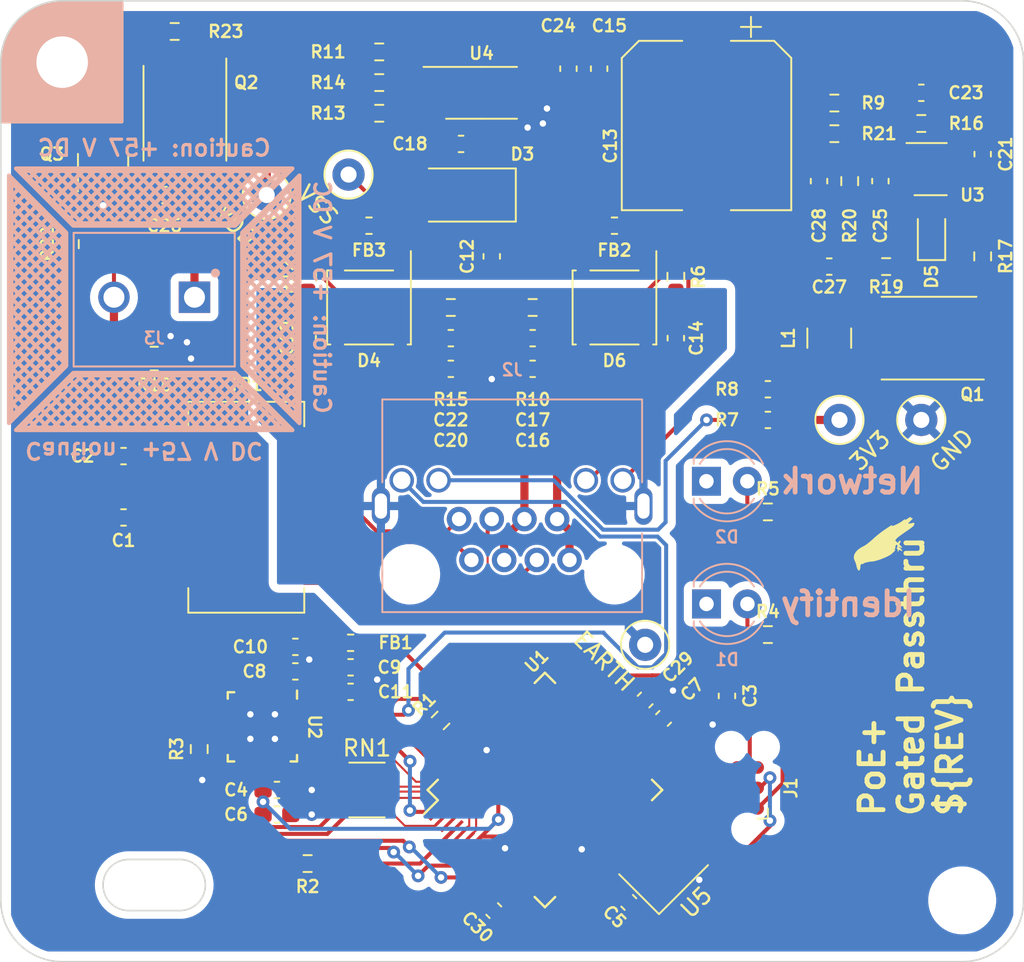
<source format=kicad_pcb>
(kicad_pcb (version 20211014) (generator pcbnew)
  (layers (0 "F.Cu" signal) (31 "B.Cu" signal) (34 "B.Paste" user) (35 "F.Paste" user) (36 "B.SilkS" user "B.Silkscreen") (37 "F.SilkS" user "F.Silkscreen") (38 "B.Mask" user) (39 "F.Mask" user) (44 "Edge.Cuts" user))
  (net 0 "")
  (net 1 "VDDA")
  (net 2 "VSSA")
  (net 3 "GND")
  (net 4 "Earth")
  (net 5 "VDD")
  (net 6 "VSS")
  (net 7 "Net-(C14-Pad1)")
  (net 8 "Net-(C16-Pad1)")
  (net 9 "/LOAD_SEN")
  (net 10 "+3V3")
  (net 11 "/PG")
  (net 12 "/TX+")
  (net 13 "/TX-")
  (net 14 "/RX-")
  (net 15 "/RX+")
  (net 16 "/ETH_LED")
  (net 17 "/ETH_TX-")
  (net 18 "/ETH_RX_C")
  (net 19 "/ETH_TX+")
  (net 20 "/ETH_RX+")
  (net 21 "/ETH_TX_C")
  (net 22 "/ETH_RX-")
  (net 23 "/ETH_RMII_TX_EN")
  (net 24 "/ETH_RMII_RXD1")
  (net 25 "/ETH_RMII_RXD0")
  (net 26 "/ETH_RMII_REFCLK")
  (net 27 "/ETH_RMII_CRS_DV")
  (net 28 "/ETH_RMII_RX_ERR")
  (net 29 "/ETH_MDIO")
  (net 30 "/ETH_MDC")
  (net 33 "Net-(C29-Pad1)")
  (net 40 "Net-(C17-Pad2)")
  (net 45 "Net-(C25-Pad2)")
  (net 48 "/ETH_RSTn")
  (net 49 "/ETH_INT")
  (net 50 "Net-(C22-Pad2)")
  (net 58 "/ETH_RMII_TXD1")
  (net 59 "/ETH_RMII_TXD0")
  (net 60 "+1V2")
  (net 61 "/3V3")
  (net 63 "Net-(R2-Pad1)")
  (net 64 "Net-(R3-Pad1)")
  (net 66 "Net-(J1-Pad2)")
  (net 67 "Net-(C19-Pad1)")
  (net 82 "Net-(C20-Pad1)")
  (net 83 "Net-(R9-Pad1)")
  (net 84 "Net-(J1-Pad3)")
  (net 86 "Net-(C21-Pad2)")
  (net 87 "Net-(R13-Pad1)")
  (net 88 "Net-(R14-Pad2)")
  (net 89 "Net-(J1-Pad4)")
  (net 90 "/LED_ID")
  (net 91 "Net-(D1-Pad2)")
  (net 92 "/LED_NET")
  (net 93 "Net-(D2-Pad2)")
  (net 94 "Net-(J1-Pad6)")
  (net 95 "Net-(D5-Pad1)")
  (net 96 "Net-(C25-Pad1)")
  (net 97 "Net-(C14-Pad2)")
  (net 98 "Net-(C17-Pad1)")
  (net 99 "Net-(C19-Pad2)")
  (net 100 "Net-(J2-Pad10)")
  (net 101 "Net-(J2-Pad12)")
  (net 102 "Net-(C23-Pad1)")
  (net 103 "Net-(C26-Pad1)")
  (net 104 "Net-(R11-Pad2)")
  (net 105 "/LOAD_SW")
  (net 106 "Net-(Q3-Pad1)")
  (net 107 "/LOAD_EN")
  (net 108 "Net-(Q1-Pad4)")
  (net 109 "Net-(C22-Pad1)")
  (net 110 "Net-(Q1-Pad1)")
  (net 111 "Net-(U2-Pad13)")
  (net 112 "Net-(U2-Pad12)")
  (net 113 "Net-(U2-Pad17)")
  (net 114 "Net-(U2-Pad15)")
  (net 115 "/XTAL_N")
  (net 116 "/XTAL_P")
  (footprint "Resistor_SMD:R_0603_1608Metric_Pad0.98x0.95mm_HandSolder" (layer "F.Cu") (at 169.2675 78.105)
    (fp_text reference "R19")
    (fp_text value "66k5")
  )
  (footprint "Package_SO:PowerPAK_SO-8_Single" (layer "F.Cu") (at 171.9295 82.55 180)
    (fp_text reference "Q1")
    (fp_text value "Q_PMOS_DGS")
  )
  (footprint "Resistor_SMD:R_0603_1608Metric_Pad0.98x0.95mm_HandSolder" (layer "F.Cu") (at 156.21 78.74 90)
    (fp_text reference "R6")
    (fp_text value "75")
  )
  (footprint "MountingHole:MountingHole_3.2mm_M3" (layer "F.Cu") (at 173.99 117.475)
    (fp_text reference "REF**" hide)
    (fp_text value "MountingHole_3.2mm_M3" hide)
  )
  (footprint "Capacitor_SMD:C_0603_1608Metric_Pad1.08x0.95mm_HandSolder" (layer "F.Cu") (at 136.017 102.997)
    (fp_text reference "C9")
    (fp_text value "2u2")
  )
  (footprint "Resistor_SMD:R_0603_1608Metric_Pad0.98x0.95mm_HandSolder" (layer "F.Cu") (at 161.925 100.965)
    (fp_text reference "R4")
    (fp_text value "?")
  )
  (footprint "common:PT61017PEL" (layer "F.Cu") (at 129.54 93.0536)
    (fp_text reference "TR1")
    (fp_text value "PT61017PEL")
  )
  (footprint "MountingHole:MountingHole_3.2mm_M3" (layer "F.Cu") (at 118.11 65.405)
    (fp_text reference "REF**" hide)
    (fp_text value "MountingHole_3.2mm_M3" hide)
  )
  (footprint "Resistor_SMD:R_0603_1608Metric_Pad0.98x0.95mm_HandSolder" (layer "F.Cu") (at 141.605 106.299 -135)
    (fp_text reference "R1")
    (fp_text value "1k")
  )
  (footprint "Resistor_SMD:R_0603_1608Metric_Pad0.98x0.95mm_HandSolder" (layer "F.Cu") (at 166.0525 67.945 180)
    (fp_text reference "R9")
    (fp_text value "90k9")
  )
  (footprint "Capacitor_SMD:CP_Elec_10x10" (layer "F.Cu") (at 158.115 69.342 -90)
    (fp_text reference "C13")
    (fp_text value "33u")
  )
  (footprint "Capacitor_SMD:C_0603_1608Metric_Pad1.08x0.95mm_HandSolder" (layer "F.Cu") (at 149.5425 65.8125 -90)
    (fp_text reference "C24")
    (fp_text value "47u")
  )
  (footprint "Capacitor_SMD:C_0603_1608Metric_Pad1.08x0.95mm_HandSolder" (layer "F.Cu") (at 147.32 84.456)
    (fp_text reference "C16")
    (fp_text value "1n")
  )
  (footprint "Capacitor_SMD:C_0603_1608Metric_Pad1.08x0.95mm_HandSolder" (layer "F.Cu") (at 142.24 84.456 180)
    (fp_text reference "C20")
    (fp_text value "1n")
  )
  (footprint "Package_SO:TSSOP-8_4.4x3mm_P0.65mm" (layer "F.Cu") (at 144.145 67.31)
    (fp_text reference "U4")
    (fp_text value "TPS2375-1")
  )
  (footprint "Resistor_SMD:R_0603_1608Metric_Pad0.98x0.95mm_HandSolder" (layer "F.Cu") (at 137.795 66.675)
    (fp_text reference "R14")
    (fp_text value "1k27")
  )
  (footprint "Capacitor_SMD:C_0603_1608Metric_Pad1.08x0.95mm_HandSolder" (layer "F.Cu") (at 136.017 104.521)
    (fp_text reference "C11")
    (fp_text value "0u1")
  )
  (footprint "TestPoint:TestPoint_Loop_D1.80mm_Drill1.0mm_Beaded" (layer "F.Cu") (at 171.45 87.63 180)
    (fp_text reference "TP1" hide)
    (fp_text value "GND")
  )
  (footprint "Capacitor_SMD:C_0603_1608Metric_Pad1.08x0.95mm_HandSolder" (layer "F.Cu") (at 121.92 89.8786 180)
    (fp_text reference "C2")
    (fp_text value "0u1")
  )
  (footprint "Capacitor_SMD:C_0603_1608Metric_Pad1.08x0.95mm_HandSolder" (layer "F.Cu") (at 132.588 101.727)
    (fp_text reference "C10")
    (fp_text value "0u1")
  )
  (footprint "Capacitor_SMD:C_0603_1608Metric_Pad1.08x0.95mm_HandSolder" (layer "F.Cu") (at 156.21 82.55 90)
    (fp_text reference "C14")
    (fp_text value "10n")
  )
  (footprint "Resistor_SMD:R_Cat16-4" (layer "F.Cu") (at 137.033 110.617)
    (fp_text reference "RN1")
    (fp_text value "49R9")
  )
  (footprint "Resistor_SMD:R_0603_1608Metric_Pad0.98x0.95mm_HandSolder" (layer "F.Cu") (at 167.005 72.7964 90)
    (fp_text reference "R20")
    (fp_text value "10k")
  )
  (footprint "Capacitor_SMD:C_0603_1608Metric_Pad1.08x0.95mm_HandSolder" (layer "F.Cu") (at 144.78 77.47 -90)
    (fp_text reference "C12")
    (fp_text value "1n")
  )
  (footprint "Capacitor_SMD:C_0603_1608Metric_Pad1.08x0.95mm_HandSolder" (layer "F.Cu") (at 133.35 82.55 90)
    (fp_text reference "C19")
    (fp_text value "10n")
  )
  (footprint "Capacitor_SMD:C_0603_1608Metric_Pad1.08x0.95mm_HandSolder" (layer "F.Cu") (at 155.448 106.172 45)
    (fp_text reference "C7")
    (fp_text value "0u1")
  )
  (footprint "Resistor_SMD:R_0603_1608Metric_Pad0.98x0.95mm_HandSolder" (layer "F.Cu") (at 175.26 77.47 -90)
    (fp_text reference "R17")
    (fp_text value "10m")
  )
  (footprint "Capacitor_SMD:C_0603_1608Metric_Pad1.08x0.95mm_HandSolder" (layer "F.Cu") (at 154.305 105.029 45)
    (fp_text reference "C29")
    (fp_text value "1u")
  )
  (footprint "Capacitor_SMD:C_0603_1608Metric_Pad1.08x0.95mm_HandSolder" (layer "F.Cu") (at 121.92 93.6886 180)
    (fp_text reference "C1")
    (fp_text value "0u1")
  )
  (footprint "Capacitor_SMD:C_0603_1608Metric_Pad1.08x0.95mm_HandSolder" (layer "F.Cu") (at 175.26 71.12 -90)
    (fp_text reference "C21")
    (fp_text value "0u47")
  )
  (footprint "Capacitor_SMD:C_0603_1608Metric_Pad1.08x0.95mm_HandSolder" (layer "F.Cu") (at 161.925 85.725)
    (fp_text reference "R8")
    (fp_text value "65")
  )
  (footprint "Capacitor_SMD:C_0603_1608Metric_Pad1.08x0.95mm_HandSolder" (layer "F.Cu") (at 147.32 82.551 180)
    (fp_text reference "C17")
    (fp_text value "10n")
  )
  (footprint "Capacitor_SMD:C_0603_1608Metric_Pad1.08x0.95mm_HandSolder" (layer "F.Cu") (at 144.907 118.11 -45)
    (fp_text reference "C30")
    (fp_text value "1n")
  )
  (footprint "Inductor_SMD:L_0603_1608Metric_Pad1.05x0.95mm_HandSolder" (layer "F.Cu") (at 137.16 75.565 180)
    (fp_text reference "FB3")
    (fp_text value "Ferrite_Bead_Small")
  )
  (footprint "Resistor_SMD:R_0603_1608Metric_Pad0.98x0.95mm_HandSolder" (layer "F.Cu") (at 171.45 69.215)
    (fp_text reference "R16")
    (fp_text value "2k1")
  )
  (footprint "common:QFP-64" (layer "F.Cu") (at 148.082 110.617 45)
    (fp_text reference "U1")
    (fp_text value "EFM32GG11B8xx")
  )
  (footprint "Resistor_SMD:R_0603_1608Metric_Pad0.98x0.95mm_HandSolder" (layer "F.Cu") (at 133.35 115.189)
    (fp_text reference "R2")
    (fp_text value "49R9")
  )
  (footprint "Inductor_SMD:L_0603_1608Metric_Pad1.05x0.95mm_HandSolder" (layer "F.Cu") (at 152.4 75.565)
    (fp_text reference "FB2")
    (fp_text value "Ferrite_Bead_Small")
  )
  (footprint "Resistor_SMD:R_0603_1608Metric_Pad0.98x0.95mm_HandSolder" (layer "F.Cu") (at 142.24 80.646 180)
    (fp_text reference "R15")
    (fp_text value "75")
  )
  (footprint "Package_SON:WSON-8-1EP_3x3mm_P0.5mm_EP1.6x2.0mm" (layer "F.Cu") (at 172.027 72.051)
    (fp_text reference "U3")
    (fp_text value "LM5085")
  )
  (footprint "Resistor_SMD:R_0603_1608Metric_Pad0.98x0.95mm_HandSolder" (layer "F.Cu") (at 118.618 76.708 90)
    (fp_text reference "R22")
    (fp_text value "1k")
  )
  (footprint "Capacitor_SMD:C_0603_1608Metric_Pad1.08x0.95mm_HandSolder" (layer "F.Cu") (at 171.45 67.31)
    (fp_text reference "C23")
    (fp_text value "1n")
  )
  (footprint "Package_TO_SOT_SMD:SOT-23" (layer "F.Cu") (at 120.65 71.755 90)
    (fp_text reference "Q3")
    (fp_text value "Q_NPN_BEC")
  )
  (footprint "Capacitor_SMD:C_0603_1608Metric_Pad1.08x0.95mm_HandSolder" (layer "F.Cu") (at 131.445 110.617)
    (fp_text reference "C4")
    (fp_text value "22u")
  )
  (footprint "Resistor_SMD:R_0603_1608Metric_Pad0.98x0.95mm_HandSolder" (layer "F.Cu") (at 125.095 63.5)
    (fp_text reference "R23")
    (fp_text value "10k")
  )
  (footprint "Resistor_SMD:R_0603_1608Metric_Pad0.98x0.95mm_HandSolder" (layer "F.Cu") (at 133.35 78.74 90)
    (fp_text reference "R12")
    (fp_text value "75")
  )
  (footprint "common:Tag-Connect_TC2030-IDC-NL_2x03_P1.27mm_Vertical" (layer "F.Cu") (at 160.655 110.49 90)
    (fp_text reference "J1")
    (fp_text value "ARM_SWD")
  )
  (footprint "Resistor_SMD:R_0603_1608Metric_Pad0.98x0.95mm_HandSolder" (layer "F.Cu") (at 137.795 64.77)
    (fp_text reference "R11")
    (fp_text value "178k")
  )
  (footprint "Diode_SMD:D_SMA" (layer "F.Cu") (at 142.875 73.66 180)
    (fp_text reference "D3")
    (fp_text value "D_Zener")
  )
  (footprint "Capacitor_SMD:C_0603_1608Metric_Pad1.08x0.95mm_HandSolder" (layer "F.Cu") (at 161.925 87.63)
    (fp_text reference "R7")
    (fp_text value "65")
  )
  (footprint "Resistor_SMD:R_0603_1608Metric_Pad0.98x0.95mm_HandSolder" (layer "F.Cu") (at 126.619 108.077 -90)
    (fp_text reference "R3")
    (fp_text value "6k49")
  )
  (footprint "Inductor_SMD:L_1210_3225Metric_Pad1.42x2.65mm_HandSolder" (layer "F.Cu") (at 165.735 82.55 90)
    (fp_text reference "L1")
    (fp_text value "15u")
  )
  (footprint "TestPoint:TestPoint_Loop_D1.80mm_Drill1.0mm_Beaded" (layer "F.Cu") (at 166.37 87.63 180)
    (fp_text reference "TP5" hide)
    (fp_text value "3V3")
  )
  (footprint "Capacitor_SMD:C_0603_1608Metric_Pad1.08x0.95mm_HandSolder" (layer "F.Cu") (at 142.875 70.485 180)
    (fp_text reference "C18")
    (fp_text value "0u1")
  )
  (footprint "Resistor_SMD:R_0603_1608Metric_Pad0.98x0.95mm_HandSolder" (layer "F.Cu") (at 166.0525 69.85 180)
    (fp_text reference "R21")
    (fp_text value "6k1")
  )
  (footprint "TestPoint:TestPoint_Loop_D1.80mm_Drill1.0mm_Beaded" (layer "F.Cu") (at 154.305 101.6)
    (fp_text reference "TP4" hide)
    (fp_text value "EARTH")
  )
  (footprint "TestPoint:TestPoint_Loop_D1.80mm_Drill1.0mm_Beaded" (layer "F.Cu") (at 130.81 73.66 180)
    (fp_text reference "TP2" hide)
    (fp_text value "VDD")
  )
  (footprint "Package_SO:PowerPAK_SO-8_Single" (layer "F.Cu") (at 125.73 68.58 -90)
    (fp_text reference "Q2")
    (fp_text value "Q_PMOS_DGS")
  )
  (footprint "Oscillator:Oscillator_SMD_SeikoEpson_SG210-4Pin_2.5x2.0mm_HandSoldering" (layer "F.Cu") (at 155.448 115.57 45)
    (fp_text reference "U5")
    (fp_text value "50 MHz")
  )
  (footprint "Inductor_SMD:L_0603_1608Metric_Pad1.05x0.95mm_HandSolder" (layer "F.Cu") (at 136.017 101.473 180)
    (fp_text reference "FB1")
    (fp_text value "Ferrite_Bead_Small")
  )
  (footprint "Diode_SMD:Diode_Bridge_Diotec_ABS" (layer "F.Cu") (at 137.16 80.645 -90)
    (fp_text reference "D4")
    (fp_text value "D_Bridge_+-AA")
  )
  (footprint "Capacitor_SMD:C_0603_1608Metric_Pad1.08x0.95mm_HandSolder" (layer "F.Cu") (at 132.588 103.251)
    (fp_text reference "C8")
    (fp_text value "22u")
  )
  (footprint "Capacitor_SMD:C_0603_1608Metric_Pad1.08x0.95mm_HandSolder" (layer "F.Cu") (at 124.46 73.66 180)
    (fp_text reference "C26")
    (fp_text value "1n")
  )
  (footprint "Resistor_SMD:R_0603_1608Metric_Pad0.98x0.95mm_HandSolder" (layer "F.Cu") (at 147.32 80.646)
    (fp_text reference "R10")
    (fp_text value "75")
  )
  (footprint "Resistor_SMD:R_0603_1608Metric_Pad0.98x0.95mm_HandSolder" (layer "F.Cu") (at 161.925 93.345)
    (fp_text reference "R5")
    (fp_text value "?")
  )
  (footprint "common:QFN-24" (layer "F.Cu") (at 130.541 106.695 -90)
    (fp_text reference "U2")
    (fp_text value "KSZ8081RND")
  )
  (footprint "Resistor_SMD:R_0603_1608Metric_Pad0.98x0.95mm_HandSolder" (layer "F.Cu") (at 137.795 68.58 180)
    (fp_text reference "R13")
    (fp_text value "24k9")
  )
  (footprint "Capacitor_SMD:C_0603_1608Metric_Pad1.08x0.95mm_HandSolder" (layer "F.Cu") (at 142.24 82.551)
    (fp_text reference "C22")
    (fp_text value "10n")
  )
  (footprint "Capacitor_SMD:C_0603_1608Metric_Pad1.08x0.95mm_HandSolder" (layer "F.Cu") (at 165.735 78.105)
    (fp_text reference "C27")
    (fp_text value "3n3")
  )
  (footprint "Resistor_SMD:R_0805_2012Metric_Pad1.20x1.40mm_HandSolder" (layer "F.Cu") (at 123.825 83.82 180)
    (fp_text reference "R18")
    (fp_text value "10m")
  )
  (footprint "Capacitor_SMD:C_0603_1608Metric_Pad1.08x0.95mm_HandSolder" (layer "F.Cu") (at 153.289 117.602 -45)
    (fp_text reference "C5")
    (fp_text value "0u1")
  )
  (footprint "Capacitor_SMD:C_0603_1608Metric_Pad1.08x0.95mm_HandSolder" (layer "F.Cu") (at 165.1 72.7964 90)
    (fp_text reference "C28")
    (fp_text value "100u")
  )
  (footprint "Diode_SMD:Diode_Bridge_Diotec_ABS" (layer "F.Cu") (at 152.4 80.645 -90)
    (fp_text reference "D6")
    (fp_text value "D_Bridge_+-AA")
  )
  (footprint "Capacitor_SMD:C_0603_1608Metric_Pad1.08x0.95mm_HandSolder" (layer "F.Cu") (at 151.4475 65.8125 -90)
    (fp_text reference "C15")
    (fp_text value "1u")
  )
  (footprint "TestPoint:TestPoint_Loop_D1.80mm_Drill1.0mm_Beaded" (layer "F.Cu") (at 135.89 72.39 180)
    (fp_text reference "TP3" hide)
    (fp_text value "VSS")
  )
  (footprint "Capacitor_SMD:C_0603_1608Metric_Pad1.08x0.95mm_HandSolder" (layer "F.Cu") (at 131.445 112.141)
    (fp_text reference "C6")
    (fp_text value "0u1")
  )
  (footprint "Capacitor_SMD:C_0603_1608Metric_Pad1.08x0.95mm_HandSolder" (layer "F.Cu") (at 159.385 104.775 -90)
    (fp_text reference "C3")
    (fp_text value "22u")
  )
  (footprint "Diode_SMD:D_SOD-323F" (layer "F.Cu") (at 172.085 76.2 90)
    (fp_text reference "D5")
    (fp_text value "D_Schottky")
  )
  (footprint "Capacitor_SMD:C_0603_1608Metric_Pad1.08x0.95mm_HandSolder" (layer "F.Cu") (at 168.91 72.7964 -90)
    (fp_text reference "C25")
    (fp_text value "0u1")
  )
  (footprint "common:Phoenix_1935161" (layer "B.Cu") (at 123.825 80.01 180)
    (fp_text reference "J3")
    (fp_text value "Screw_Terminal_01x02")
  )
  (footprint "LED_THT:LED_D4.0mm" (layer "B.Cu") (at 158.11 91.44)
    (fp_text reference "D2")
    (fp_text value "NET")
  )
  (footprint "common:RJHSE-338X" (layer "B.Cu") (at 146.05 97.219 180)
    (fp_text reference "J2")
    (fp_text value "RJ45_LED_Shielded")
  )
  (footprint "LED_THT:LED_D4.0mm" (layer "B.Cu") (at 158.115 99.06)
    (fp_text reference "D1")
    (fp_text value "ID")
  )
  (gr_poly (pts (xy 167.27123 96.139716) (xy 167.273788 96.110872) (xy 167.278245 96.082052) (xy 167.284587 96.053281) (xy 167.292799 96.024584) (xy 167.302868 95.995984) (xy 167.314779 95.967507) (xy 167.328517 95.939176) (xy 167.344069 95.911016) (xy 167.36142 95.883052) (xy 167.380555 95.855307) (xy 167.401462 95.827807) (xy 167.424124 95.800575) (xy 167.448528 95.773635) (xy 167.47466 95.747013) (xy 167.502506 95.720733) (xy 167.53205 95.694819) (xy 167.563279 95.669295) (xy 167.596179 95.644186) (xy 167.630735 95.619515) (xy 167.666932 95.595309) (xy 167.704758 95.57159) (xy 167.744196 95.548384) (xy 167.827856 95.503605) (xy 167.864927 95.484483) (xy 167.901225 95.464698) (xy 167.937172 95.443927) (xy 167.973187 95.421845) (xy 168.00969 95.39813) (xy 168.047101 95.372457) (xy 168.085841 95.344504) (xy 168.126329 95.313946) (xy 168.168985 95.280461) (xy 168.214229 95.243724) (xy 168.262482 95.203412) (xy 168.314163 95.159201) (xy 168.429491 95.057791) (xy 168.563572 94.936904) (xy 168.627465 94.880535) (xy 168.70099 94.81865) (xy 168.781543 94.753269) (xy 168.86652 94.68641) (xy 168.953316 94.620094) (xy 169.039326 94.556339) (xy 169.121946 94.497164) (xy 169.198572 94.444589) (xy 169.46054 94.270136) (xy 169.538813 94.219431) (xy 169.589101 94.189105) (xy 169.605427 94.180653) (xy 169.616769 94.176179) (xy 169.623799 94.175311) (xy 169.625906 94.176112) (xy 169.627186 94.177676) (xy 169.627601 94.182903) (xy 169.625716 94.190619) (xy 169.617727 94.212029) (xy 169.616213 94.219543) (xy 169.618125 94.225) (xy 169.623273 94.228488) (xy 169.631467 94.230098) (xy 169.64252 94.229919) (xy 169.65624 94.228041) (xy 169.69093 94.219542) (xy 169.734024 94.205319) (xy 169.784006 94.186085) (xy 169.839365 94.162556) (xy 169.898585 94.135448) (xy 169.960154 94.105476) (xy 170.022558 94.073355) (xy 170.084282 94.039801) (xy 170.143813 94.005529) (xy 170.199638 93.971253) (xy 170.250242 93.93769) (xy 170.294112 93.905555) (xy 170.329735 93.875564) (xy 170.346186 93.860878) (xy 170.361747 93.848019) (xy 170.376282 93.837003) (xy 170.389659 93.82784) (xy 170.401743 93.820546) (xy 170.412402 93.815133) (xy 170.417155 93.813136) (xy 170.421501 93.811615) (xy 170.425424 93.81057) (xy 170.428907 93.810005) (xy 170.431933 93.809919) (xy 170.434485 93.810316) (xy 170.436548 93.811196) (xy 170.438104 93.812562) (xy 170.439136 93.814415) (xy 170.439627 93.816756) (xy 170.439562 93.819588) (xy 170.438924 93.822912) (xy 170.437694 93.82673) (xy 170.435858 93.831043) (xy 170.433398 93.835853) (xy 170.430297 93.841162) (xy 170.422108 93.853283) (xy 170.411156 93.867419) (xy 170.408927 93.870287) (xy 170.407228 93.872782) (xy 170.406049 93.874909) (xy 170.40538 93.876672) (xy 170.405214 93.878077) (xy 170.405315 93.878646) (xy 170.405539 93.879127) (xy 170.405883 93.879521) (xy 170.406347 93.879828) (xy 170.407629 93.880183) (xy 170.409375 93.880197) (xy 170.411577 93.879875) (xy 170.414224 93.879222) (xy 170.417307 93.878241) (xy 170.420818 93.876937) (xy 170.424746 93.875315) (xy 170.433819 93.871135) (xy 170.444451 93.865736) (xy 170.456569 93.859155) (xy 170.470097 93.851427) (xy 170.484962 93.84259) (xy 170.501088 93.832679) (xy 170.518402 93.82173) (xy 170.53683 93.809779) (xy 170.556296 93.796863) (xy 170.623234 93.752921) (xy 170.679379 93.718107) (xy 170.703384 93.70413) (xy 170.724667 93.692445) (xy 170.74322 93.683055) (xy 170.759036 93.675963) (xy 170.772106 93.671171) (xy 170.782423 93.668684) (xy 170.786547 93.668306) (xy 170.789979 93.668505) (xy 170.792719 93.669282) (xy 170.794767 93.670636) (xy 170.796119 93.67257) (xy 170.796777 93.675082) (xy 170.796739 93.678173) (xy 170.796004 93.681844) (xy 170.792438 93.690927) (xy 170.786072 93.702334) (xy 170.785038 93.704186) (xy 170.784241 93.70601) (xy 170.783677 93.707803) (xy 170.783342 93.709564) (xy 170.783232 93.711291) (xy 170.783344 93.71298) (xy 170.783674 93.714632) (xy 170.784218 93.716243) (xy 170.784973 93.717811) (xy 170.785934 93.719335) (xy 170.787099 93.720813) (xy 170.788463 93.722243) (xy 170.790023 93.723622) (xy 170.791775 93.724948) (xy 170.793715 93.726221) (xy 170.79584 93.727436) (xy 170.798146 93.728594) (xy 170.800629 93.729692) (xy 170.803286 93.730727) (xy 170.806112 93.731697) (xy 170.809105 93.732602) (xy 170.812259 93.733438) (xy 170.815573 93.734204) (xy 170.819041 93.734898) (xy 170.822661 93.735518) (xy 170.826428 93.736062) (xy 170.83034 93.736527) (xy 170.834391 93.736912) (xy 170.838579 93.737215) (xy 170.842899 93.737434) (xy 170.847349 93.737567) (xy 170.851923 93.737612) (xy 170.86602 93.737808) (xy 170.87226 93.738091) (xy 170.877942 93.738529) (xy 170.883055 93.739149) (xy 170.887584 93.739976) (xy 170.891517 93.741033) (xy 170.894839 93.742345) (xy 170.897538 93.743939) (xy 170.89865 93.744849) (xy 170.899601 93.745838) (xy 170.900389 93.74691) (xy 170.901013 93.748068) (xy 170.901472 93.749314) (xy 170.901763 93.750653) (xy 170.901884 93.752086) (xy 170.901835 93.753618) (xy 170.901218 93.756989) (xy 170.899898 93.760789) (xy 170.897862 93.765045) (xy 170.895095 93.769781) (xy 170.891586 93.775021) (xy 170.887321 93.780791) (xy 170.882285 93.787116) (xy 170.876467 93.79402) (xy 170.869853 93.801528) (xy 170.854182 93.818458) (xy 170.835167 93.838104) (xy 170.812701 93.860666) (xy 170.786678 93.886342) (xy 170.756991 93.915332) (xy 170.722585 93.949002) (xy 170.69316 93.978444) (xy 170.66895 94.003816) (xy 170.658874 94.015025) (xy 170.650191 94.025275) (xy 170.642929 94.034586) (xy 170.637118 94.042978) (xy 170.632788 94.05047) (xy 170.629968 94.057082) (xy 170.628687 94.062834) (xy 170.628633 94.065393) (xy 170.628975 94.067745) (xy 170.629716 94.069891) (xy 170.630861 94.071835) (xy 170.632413 94.073578) (xy 170.634375 94.075123) (xy 170.639547 94.07763) (xy 170.646405 94.079374) (xy 170.654979 94.080376) (xy 170.665298 94.080655) (xy 170.677393 94.080231) (xy 170.691292 94.079123) (xy 170.707025 94.077351) (xy 170.724621 94.074935) (xy 170.765521 94.068248) (xy 170.814227 94.05922) (xy 170.936002 94.034768) (xy 170.943861 94.033291) (xy 170.951286 94.032174) (xy 170.958278 94.03142) (xy 170.964837 94.031031) (xy 170.970965 94.03101) (xy 170.976661 94.031359) (xy 170.981927 94.032081) (xy 170.986763 94.033178) (xy 170.99117 94.034652) (xy 170.995149 94.036507) (xy 170.9987 94.038745) (xy 171.001824 94.041368) (xy 171.004522 94.044378) (xy 171.006794 94.047779) (xy 171.008641 94.051573) (xy 171.010064 94.055762) (xy 171.011064 94.060348) (xy 171.01164 94.065335) (xy 171.011795 94.070725) (xy 171.011528 94.07652) (xy 171.01084 94.082723) (xy 171.009732 94.089336) (xy 171.008205 94.096362) (xy 171.006259 94.103803) (xy 171.003895 94.111662) (xy 171.001114 94.119941) (xy 170.997916 94.128643) (xy 170.994302 94.137771) (xy 170.990273 94.147326) (xy 170.98583 94.157312) (xy 170.975702 94.178584) (xy 170.9757 94.178584) (xy 170.973607 94.182408) (xy 170.970937 94.186595) (xy 170.963938 94.195997) (xy 170.95484 94.206673) (xy 170.94378 94.218506) (xy 170.930896 94.231377) (xy 170.916324 94.245169) (xy 170.900202 94.259765) (xy 170.882668 94.275047) (xy 170.863858 94.290897) (xy 170.84391 94.307198) (xy 170.822961 94.323833) (xy 170.801148 94.340683) (xy 170.778608 94.357631) (xy 170.755479 94.37456) (xy 170.731898 94.391352) (xy 170.708003 94.40789) (xy 170.419904 94.605771) (xy 170.197759 94.762683) (xy 170.109393 94.827704) (xy 170.035085 94.884795) (xy 169.974023 94.934729) (xy 169.925397 94.978276) (xy 169.888398 95.016208) (xy 169.862214 95.049296) (xy 169.846036 95.078311) (xy 169.841445 95.091532) (xy 169.839051 95.104025) (xy 169.838754 95.115884) (xy 169.840452 95.127208) (xy 169.849426 95.148631) (xy 169.865163 95.169067) (xy 169.886853 95.189285) (xy 169.925647 95.221344) (xy 169.941619 95.23409) (xy 169.955564 95.244698) (xy 169.967673 95.253209) (xy 169.978137 95.259661) (xy 169.982811 95.262128) (xy 169.987147 95.264094) (xy 169.991166 95.265566) (xy 169.994894 95.266548) (xy 169.998354 95.267045) (xy 170.00157 95.267061) (xy 170.004566 95.266603) (xy 170.007366 95.265674) (xy 170.009993 95.264279) (xy 170.012473 95.262425) (xy 170.014828 95.260114) (xy 170.017082 95.257353) (xy 170.01926 95.254146) (xy 170.021386 95.250499) (xy 170.025574 95.241901) (xy 170.029839 95.231599) (xy 170.034372 95.219632) (xy 170.037324 95.212408) (xy 170.040744 95.205388) (xy 170.04459 95.198606) (xy 170.048822 95.192099) (xy 170.053397 95.185904) (xy 170.058275 95.180057) (xy 170.063415 95.174594) (xy 170.068775 95.169552) (xy 170.074315 95.164967) (xy 170.079993 95.160876) (xy 170.085768 95.157314) (xy 170.091598 95.154318) (xy 170.094522 95.153044) (xy 170.097444 95.151925) (xy 170.100359 95.150965) (xy 170.103262 95.15017) (xy 170.106149 95.149544) (xy 170.109014 95.149091) (xy 170.111851 95.148816) (xy 170.114656 95.148723) (xy 170.126544 95.14894) (xy 170.131894 95.14923) (xy 170.136847 95.149659) (xy 170.141403 95.150239) (xy 170.145563 95.150982) (xy 170.149325 95.151902) (xy 170.152692 95.15301) (xy 170.155661 95.15432) (xy 170.158234 95.155845) (xy 170.16041 95.157597) (xy 170.16219 95.159589) (xy 170.163572 95.161833) (xy 170.164558 95.164342) (xy 170.165147 95.16713) (xy 170.165339 95.170208) (xy 170.165134 95.173589) (xy 170.164533 95.177286) (xy 170.163534 95.181312) (xy 170.162138 95.18568) (xy 170.160346 95.190401) (xy 170.158156 95.19549) (xy 170.155569 95.200958) (xy 170.152585 95.206818) (xy 170.149205 95.213083) (xy 170.145427 95.219766) (xy 170.136679 95.234436) (xy 170.126343 95.250928) (xy 170.114418 95.269345) (xy 170.105438 95.283284) (xy 170.0978 95.295867) (xy 170.094506 95.301724) (xy 170.091573 95.30733) (xy 170.08901 95.312716) (xy 170.086825 95.317912) (xy 170.085027 95.322945) (xy 170.083624 95.327847) (xy 170.082626 95.332646) (xy 170.082039 95.337372) (xy 170.081874 95.342055) (xy 170.082137 95.346725) (xy 170.082839 95.35141) (xy 170.083988 95.356141) (xy 170.085591 95.360946) (xy 170.087658 95.365856) (xy 170.090197 95.370901) (xy 170.093217 95.376109) (xy 170.096726 95.38151) (xy 170.100732 95.387134) (xy 170.105245 95.39301) (xy 170.110273 95.399169) (xy 170.121906 95.412449) (xy 170.135701 95.427212) (xy 170.151726 95.443695) (xy 170.170048 95.462132) (xy 170.189057 95.481737) (xy 170.205105 95.499532) (xy 170.218215 95.515475) (xy 170.223674 95.52274) (xy 170.228407 95.529526) (xy 170.232416 95.535829) (xy 170.235704 95.541643) (xy 170.238273 95.546963) (xy 170.240127 95.551785) (xy 170.241268 95.556103) (xy 170.241698 95.559911) (xy 170.241421 95.563205) (xy 170.24044 95.56598) (xy 170.238756 95.56823) (xy 170.236373 95.56995) (xy 170.233294 95.571136) (xy 170.229521 95.571781) (xy 170.225056 95.571882) (xy 170.219904 95.571432) (xy 170.214065 95.570427) (xy 170.207544 95.568861) (xy 170.200342 95.566729) (xy 170.192463 95.564027) (xy 170.183909 95.560749) (xy 170.174683 95.556889) (xy 170.154227 95.547406) (xy 170.131114 95.535537) (xy 170.122498 95.531059) (xy 170.114505 95.527187) (xy 170.107127 95.523921) (xy 170.100355 95.52126) (xy 170.094179 95.519206) (xy 170.088589 95.517757) (xy 170.083577 95.516915) (xy 170.081284 95.516721) (xy 170.079132 95.516679) (xy 170.077119 95.516789) (xy 170.075245 95.51705) (xy 170.073508 95.517463) (xy 170.071907 95.518028) (xy 170.070441 95.518744) (xy 170.069109 95.519612) (xy 170.067909 95.520632) (xy 170.066841 95.521804) (xy 170.065902 95.523128) (xy 170.065093 95.524603) (xy 170.064411 95.52623) (xy 170.063856 95.528009) (xy 170.063426 95.52994) (xy 170.063121 95.532023) (xy 170.062878 95.536644) (xy 170.062944 95.538598) (xy 170.063141 95.540578) (xy 170.063466 95.54258) (xy 170.063915 95.5446) (xy 170.064484 95.546635) (xy 170.065172 95.548681) (xy 170.065973 95.550735) (xy 170.066886 95.552792) (xy 170.067907 95.554849) (xy 170.069033 95.556903) (xy 170.071584 95.560985) (xy 170.074516 95.565008) (xy 170.0778 95.568944) (xy 170.081413 95.572763) (xy 170.085326 95.576436) (xy 170.089515 95.579933) (xy 170.093953 95.583226) (xy 170.098615 95.586285) (xy 170.103473 95.58908) (xy 170.108503 95.591583) (xy 170.113678 95.593764) (xy 170.11915 95.596203) (xy 170.12505 95.599461) (xy 170.131323 95.603484) (xy 170.137913 95.608217) (xy 170.144766 95.613606) (xy 170.151827 95.619596) (xy 170.159039 95.626131) (xy 170.166347 95.633158) (xy 170.173696 95.640622) (xy 170.181031 95.648467) (xy 170.188296 95.65664) (xy 170.195436 95.665085) (xy 170.202396 95.673748) (xy 170.20912 95.682575) (xy 170.215553 95.691509) (xy 170.221639 95.700497) (xy 170.240295 95.729183) (xy 170.247424 95.740572) (xy 170.252988 95.750054) (xy 170.25691 95.757673) (xy 170.258232 95.760798) (xy 170.259116 95.763474) (xy 170.259552 95.765708) (xy 170.25953 95.767504) (xy 170.259041 95.768869) (xy 170.258076 95.769808) (xy 170.256625 95.770327) (xy 170.254679 95.770432) (xy 170.252228 95.770127) (xy 170.249264 95.76942) (xy 170.245776 95.768315) (xy 170.241755 95.766818) (xy 170.232077 95.762673) (xy 170.220155 95.757028) (xy 170.205912 95.749931) (xy 170.170166 95.731558) (xy 170.135277 95.713845) (xy 170.120885 95.707004) (xy 170.108283 95.701552) (xy 170.097283 95.697518) (xy 170.092327 95.696044) (xy 170.087702 95.694936) (xy 170.083385 95.694199) (xy 170.079354 95.693837) (xy 170.075584 95.693855) (xy 170.072053 95.694255) (xy 170.068738 95.695042) (xy 170.065616 95.69622) (xy 170.062663 95.697793) (xy 170.059856 95.699765) (xy 170.057173 95.70214) (xy 170.054589 95.704922) (xy 170.052083 95.708115) (xy 170.04963 95.711723) (xy 170.044793 95.7202) (xy 170.039893 95.730386) (xy 170.034745 95.742312) (xy 170.029163 95.756011) (xy 170.023926 95.768911) (xy 170.019273 95.779973) (xy 170.015168 95.789158) (xy 170.011572 95.796426) (xy 170.009954 95.799329) (xy 170.00845 95.801738) (xy 170.007054 95.803648) (xy 170.005762 95.805055) (xy 170.004569 95.805954) (xy 170.003472 95.806339) (xy 170.002464 95.806206) (xy 170.001541 95.805549) (xy 170.000699 95.804365) (xy 169.999933 95.802647) (xy 169.999239 95.800392) (xy 169.998611 95.797594) (xy 169.997535 95.79035) (xy 169.99667 95.780877) (xy 169.995977 95.769135) (xy 169.995419 95.755085) (xy 169.994559 95.719905) (xy 169.994128 95.705543) (xy 169.993407 95.692368) (xy 169.992393 95.680371) (xy 169.991082 95.669547) (xy 169.989471 95.659889) (xy 169.987557 95.65139) (xy 169.985337 95.644043) (xy 169.982808 95.637842) (xy 169.979965 95.63278) (xy 169.978426 95.630674) (xy 169.976807 95.62885) (xy 169.975109 95.627308) (xy 169.97333 95.626046) (xy 169.971471 95.625064) (xy 169.969531 95.624361) (xy 169.96751 95.623936) (xy 169.965407 95.623789) (xy 169.963221 95.623917) (xy 169.960954 95.624322) (xy 169.958603 95.625001) (xy 169.956169 95.625954) (xy 169.951049 95.628678) (xy 169.948497 95.630213) (xy 169.946075 95.631585) (xy 169.943783 95.632792) (xy 169.94162 95.633834) (xy 169.939587 95.634712) (xy 169.937684 95.635425) (xy 169.935911 95.635972) (xy 169.934267 95.636355) (xy 169.932753 95.636571) (xy 169.931367 95.636623) (xy 169.930111 95.636508) (xy 169.928984 95.636227) (xy 169.927986 95.635781) (xy 169.927117 95.635168) (xy 169.926377 95.634388) (xy 169.925766 95.633442) (xy 169.925283 95.632328) (xy 169.924928 95.631048) (xy 169.924702 95.629601) (xy 169.924605 95.627986) (xy 169.924636 95.626203) (xy 169.924794 95.624253) (xy 169.925081 95.622134) (xy 169.925496 95.619848) (xy 169.926039 95.617393) (xy 169.92671 95.61477) (xy 169.927508 95.611978) (xy 169.928434 95.609017) (xy 169.930668 95.602588) (xy 169.933411 95.595482) (xy 169.955175 95.541069) (xy 169.974313 95.492681) (xy 169.975898 95.487915) (xy 169.977098 95.482746) (xy 169.97792 95.477224) (xy 169.978374 95.471397) (xy 169.978467 95.465316) (xy 169.978207 95.45903) (xy 169.977604 95.45259) (xy 169.976665 95.446044) (xy 169.975398 95.439442) (xy 169.973813 95.432834) (xy 169.971917 95.42627) (xy 169.969718 95.419798) (xy 169.967226 95.41347) (xy 169.964447 95.407334) (xy 169.961392 95.401441) (xy 169.958067 95.395839) (xy 169.953955 95.390213) (xy 169.949483 95.385649) (xy 169.944691 95.382103) (xy 169.939615 95.379534) (xy 169.934293 95.3779) (xy 169.928764 95.377159) (xy 169.923064 95.377268) (xy 169.917231 95.378185) (xy 169.911304 95.379868) (xy 169.905319 95.382275) (xy 169.899314 95.385364) (xy 169.893328 95.389093) (xy 169.887397 95.393419) (xy 169.88156 95.3983) (xy 169.875854 95.403694) (xy 169.870316 95.40956) (xy 169.864985 95.415854) (xy 169.859898 95.422535) (xy 169.855093 95.42956) (xy 169.850608 95.436888) (xy 169.846479 95.444476) (xy 169.842746 95.452282) (xy 169.839445 95.460264) (xy 169.836614 95.46838) (xy 169.834291 95.476587) (xy 169.832514 95.484844) (xy 169.83132 95.493107) (xy 169.830746 95.501336) (xy 169.830832 95.509489) (xy 169.831613 95.517521) (xy 169.833129 95.525393) (xy 169.835416 95.533061) (xy 169.836231 95.535676) (xy 169.836874 95.538443) (xy 169.837347 95.541354) (xy 169.837654 95.544402) (xy 169.837796 95.547578) (xy 169.837778 95.550875) (xy 169.837271 95.557801) (xy 169.836156 95.565117) (xy 169.834454 95.572762) (xy 169.832191 95.580674) (xy 169.829388 95.588792) (xy 169.826069 95.597052) (xy 169.822257 95.605395) (xy 169.817975 95.613757) (xy 169.813246 95.622076) (xy 169.808094 95.630292) (xy 169.802541 95.638341) (xy 169.796611 95.646163) (xy 169.790326 95.653695) (xy 169.770559 95.67644) (xy 169.762823 95.685603) (xy 169.756528 95.693374) (xy 169.751684 95.699812) (xy 169.748297 95.704979) (xy 169.747153 95.707104) (xy 169.746376 95.708935) (xy 169.745967 95.710477) (xy 169.745928 95.711739) (xy 169.746259 95.712729) (xy 169.746961 95.713453) (xy 169.748035 95.71392) (xy 169.749482 95.714137) (xy 169.751304 95.714112) (xy 169.753501 95.713852) (xy 169.759024 95.712657) (xy 169.766059 95.710613) (xy 169.774614 95.707781) (xy 169.796317 95.699992) (xy 169.803506 95.697516) (xy 169.809885 95.695656) (xy 169.815454 95.694412) (xy 169.820212 95.693786) (xy 169.824159 95.693777) (xy 169.825828 95.694005) (xy 169.827294 95.694388) (xy 169.828557 95.694925) (xy 169.829616 95.695618) (xy 169.830473 95.696465) (xy 169.831126 95.697468) (xy 169.831575 95.698626) (xy 169.831821 95.69994) (xy 169.831864 95.701408) (xy 169.831703 95.703033) (xy 169.83077 95.706749) (xy 169.829021 95.711088) (xy 169.826456 95.716052) (xy 169.823075 95.72164) (xy 169.818876 95.727855) (xy 169.81386 95.734696) (xy 169.808025 95.742164) (xy 169.801371 95.75026) (xy 169.793898 95.758985) (xy 169.785605 95.768339) (xy 169.776491 95.778324) (xy 169.766556 95.78894) (xy 169.744219 95.812069) (xy 169.718591 95.837731) (xy 169.689666 95.865934) (xy 169.657439 95.896682) (xy 169.621906 95.929983) (xy 169.578871 95.96511) (xy 169.523398 96.002621) (xy 169.457138 96.041873) (xy 169.38174 96.082224) (xy 169.298855 96.123034) (xy 169.210132 96.16366) (xy 169.117222 96.203462) (xy 169.021774 96.241798) (xy 168.925438 96.278026) (xy 168.829864 96.311505) (xy 168.736702 96.341593) (xy 168.647603 96.367649) (xy 168.564215 96.389032) (xy 168.48819 96.405099) (xy 168.421176 96.41521) (xy 168.364824 96.418723) (xy 168.337016 96.419615) (xy 168.305396 96.422176) (xy 168.270694 96.426233) (xy 168.23364 96.431611) (xy 168.155386 96.445643) (xy 168.076465 96.462884) (xy 168.002707 96.481948) (xy 167.969586 96.49173) (xy 167.939942 96.501449) (xy 167.914504 96.51093) (xy 167.894 96.52) (xy 167.87916 96.528487) (xy 167.874091 96.532457) (xy 167.870712 96.536216) (xy 167.869446 96.537907) (xy 167.867982 96.539587) (xy 167.866326 96.541254) (xy 167.864486 96.542906) (xy 167.862468 96.54454) (xy 167.860278 96.546155) (xy 167.855412 96.549313) (xy 167.849942 96.552362) (xy 167.843921 96.555284) (xy 167.837405 96.558059) (xy 167.830447 96.560668) (xy 167.823101 96.563091) (xy 167.81542 96.565311) (xy 167.80746 96.567308) (xy 167.799274 96.569063) (xy 167.790916 96.570557) (xy 167.78244 96.571772) (xy 167.773901 96.572687) (xy 167.765351 96.573284) (xy 167.756882 96.573985) (xy 167.748579 96.575206) (xy 167.740487 96.576916) (xy 167.732653 96.579086) (xy 167.725124 96.581688) (xy 167.717944 96.584691) (xy 167.71116 96.588067) (xy 167.704818 96.591787) (xy 167.698964 96.59582) (xy 167.693645 96.600139) (xy 167.688905 96.604712) (xy 167.684792 96.609512) (xy 167.681351 96.614509) (xy 167.679897 96.617073) (xy 167.678629 96.619674) (xy 167.677551 96.62231) (xy 167.676671 96.624977) (xy 167.675993 96.627672) (xy 167.675523 96.630389) (xy 167.645172 96.85927) (xy 167.642184 96.878534) (xy 167.638597 96.895935) (xy 167.634446 96.911504) (xy 167.62977 96.925267) (xy 167.624603 96.937255) (xy 167.618983 96.947495) (xy 167.612946 96.956016) (xy 167.60653 96.962847) (xy 167.59977 96.968016) (xy 167.592704 96.971552) (xy 167.585368 96.973484) (xy 167.577799 96.973841) (xy 167.570033 96.97265) (xy 167.562107 96.969941) (xy 167.554058 96.965741) (xy 167.545922 96.960081) (xy 167.537735 96.952988) (xy 167.529536 96.944492) (xy 167.52136 96.93462) (xy 167.513244 96.923401) (xy 167.505224 96.910865) (xy 167.497337 96.897039) (xy 167.489621 96.881952) (xy 167.48211 96.865633) (xy 167.474843 96.848111) (xy 167.467856 96.829414) (xy 167.461185 96.809571) (xy 167.454867 96.78861) (xy 167.448939 96.76656) (xy 167.443438 96.74345) (xy 167.438399 96.719308) (xy 167.43386 96.694164) (xy 167.430823 96.677782) (xy 167.426978 96.66009) (xy 167.417099 96.621447) (xy 167.404687 96.579569) (xy 167.390206 96.535795) (xy 167.374118 96.491458) (xy 167.356887 96.447896) (xy 167.338977 96.406444) (xy 167.320851 96.368438) (xy 167.307702 96.340273) (xy 167.296565 96.311938) (xy 167.287428 96.283457) (xy 167.280276 96.254854) (xy 167.275094 96.226155) (xy 167.271869 96.197382) (xy 167.270586 96.168561)) (layer "F.SilkS") (width 0.02) (fill solid))
  (gr_arc (start 122.2375 118.11) (mid 120.65 116.5225) (end 122.2375 114.935) (layer "Edge.Cuts") (width 0.1))
  (gr_line (start 114.3 117.475) (end 114.3 65.405) (layer "Edge.Cuts") (width 0.1))
  (gr_line (start 125.4125 118.11) (end 122.2375 118.11) (layer "Edge.Cuts") (width 0.1))
  (gr_line (start 177.8 65.405) (end 177.8 117.475) (layer "Edge.Cuts") (width 0.1))
  (gr_arc (start 114.3 65.405) (mid 115.415923 62.710923) (end 118.11 61.595) (layer "Edge.Cuts") (width 0.1))
  (gr_line (start 122.2375 114.935) (end 125.4125 114.935) (layer "Edge.Cuts") (width 0.1))
  (gr_arc (start 173.99 61.595) (mid 176.684077 62.710923) (end 177.8 65.405) (layer "Edge.Cuts") (width 0.1))
  (gr_arc (start 125.4125 114.935) (mid 127 116.5225) (end 125.4125 118.11) (layer "Edge.Cuts") (width 0.1))
  (gr_line (start 173.99 121.285) (end 118.11 121.285) (layer "Edge.Cuts") (width 0.1))
  (gr_line (start 118.11 61.595) (end 173.99 61.595) (layer "Edge.Cuts") (width 0.1))
  (gr_arc (start 177.8 117.475) (mid 176.684077 120.169077) (end 173.99 121.285) (layer "Edge.Cuts") (width 0.1))
  (gr_arc (start 118.11 121.285) (mid 115.415923 120.169077) (end 114.3 117.475) (layer "Edge.Cuts") (width 0.1))
  (gr_text "Identify" (at 162.56 99.06) (layer "B.SilkS") (effects (font (size 1.5 1.5) (thickness 0.3)) (justify right mirror)))
  (gr_text "Caution  +57 V DC" (at 123.19 89.535 180) (layer "B.SilkS") (effects (font (size 1 1) (thickness 0.2)) (justify mirror)))
  (gr_text "Caution: +57 V DC" (at 123.825 70.739) (layer "B.SilkS") (effects (font (size 1 1) (thickness 0.2)) (justify mirror)))
  (gr_text "Network" (at 162.56 91.44) (layer "B.SilkS") (effects (font (size 1.5 1.5) (thickness 0.3)) (justify right mirror)))
  (gr_text "Caution: +57 V DC" (at 134.239 80.01 270) (layer "B.SilkS") (effects (font (size 1 1) (thickness 0.2)) (justify mirror)))
  (gr_text "PoE+\nGated Passthru\n${REV}" (at 170.815 112.395 90) (layer "F.SilkS") (effects (font (size 1.5 1.5) (thickness 0.3)) (justify left)))
  (segment (start 154.4 77.67) (end 154.4 76.69) (width 0.508) (layer "F.Cu") (net 1))
  (segment (start 140.2225 76.6075) (end 144.78 76.6075) (width 0.508) (layer "F.Cu") (net 1))
  (segment (start 152.2325 76.6075) (end 153.275 75.565) (width 0.508) (layer "F.Cu") (net 1))
  (segment (start 144.78 76.6075) (end 152.2325 76.6075) (width 0.508) (layer "F.Cu") (net 1))
  (segment (start 139.16 77.67) (end 140.2225 76.6075) (width 0.508) (layer "F.Cu") (net 1))
  (segment (start 154.4 76.69) (end 153.275 75.565) (width 0.508) (layer "F.Cu") (net 1))
  (segment (start 144.5107 78.6018) (end 144.78 78.3325) (width 0.508) (layer "F.Cu") (net 2))
  (segment (start 149.7375 78.3325) (end 150.4 77.67) (width 0.508) (layer "F.Cu") (net 2))
  (segment (start 136.0918 78.6018) (end 144.5107 78.6018) (width 0.508) (layer "F.Cu") (net 2))
  (segment (start 135.16 76.69) (end 136.285 75.565) (width 0.508) (layer "F.Cu") (net 2))
  (segment (start 144.78 78.3325) (end 149.7375 78.3325) (width 0.508) (layer "F.Cu") (net 2))
  (segment (start 135.16 77.67) (end 135.16 76.69) (width 0.508) (layer "F.Cu") (net 2))
  (segment (start 135.16 77.67) (end 136.0918 78.6018) (width 0.508) (layer "F.Cu") (net 2))
  (segment (start 136.906 104.521) (end 137.668 103.759) (width 0.25) (layer "F.Cu") (net 3))
  (segment (start 152.146 116.336876) (end 151.75875 116.724126) (width 0.25) (layer "F.Cu") (net 3))
  (segment (start 124.825 83.82) (end 124.825 82.439) (width 0.508) (layer "F.Cu") (net 3))
  (segment (start 144.760877 107.842123) (end 144.4625 108.1405) (width 0.25) (layer "F.Cu") (net 3))
  (segment (start 147.0075 68.285) (end 147.025 68.285) (width 0.508) (layer "F.Cu") (net 3))
  (segment (start 156.862214 115.393223) (end 157.665783 116.196794) (width 0.25) (layer "F.Cu") (net 3))
  (segment (start 132.3075 110.617) (end 133.604 110.617) (width 0.25) (layer "F.Cu") (net 3))
  (segment (start 153.058 68.285) (end 158.115 73.342) (width 0.508) (layer "F.Cu") (net 3))
  (segment (start 159.5231 71.9339) (end 158.115 73.342) (width 0.25) (layer "F.Cu") (net 3))
  (segment (start 151.75875 117.171726) (end 152.798904 118.21188) (width 0.25) (layer "F.Cu") (net 3))
  (segment (start 126.619 109.811126) (end 126.8057 109.997826) (width 0.25) (layer "F.Cu") (net 3))
  (segment (start 160.800699 107.053199) (end 159.385 105.6375) (width 0.25) (layer "F.Cu") (net 3))
  (segment (start 165.1 71.935) (end 165.1 70.2975) (width 0.25) (layer "F.Cu") (net 3))
  (segment (start 133.4505 101.727) (end 133.4505 102.5155) (width 0.25) (layer "F.Cu") (net 3))
  (segment (start 172.085 75.1) (end 172.085 72.109) (width 0.25) (layer "F.Cu") (net 3))
  (segment (start 147.025 68.285) (end 147.955 69.215) (width 0.508) (layer "F.Cu") (net 3))
  (segment (start 121.6 72.6925) (end 121.6 73.345) (width 0.25) (layer "F.Cu") (net 3))
  (segment (start 121.0575 89.8786) (end 121.0575 87.5875) (width 0.25) (layer "F.Cu") (net 3))
  (segment (start 147.0075 68.285) (end 147.0075 69.469) (width 0.508) (layer "F.Cu") (net 3))
  (segment (start 147.0075 68.285) (end 148.25 68.285) (width 0.508) (layer "F.Cu") (net 3))
  (segment (start 171.277 72.801) (end 172.027 72.051) (width 0.1524) (layer "F.Cu") (net 3))
  (segment (start 151.75875 116.724126) (end 151.75875 117.171726) (width 0.25) (layer "F.Cu") (net 3))
  (segment (start 147.589304 116.220304) (end 147.589304 116.982642) (width 0.25) (layer "F.Cu") (net 3))
  (segment (start 151.4475 66.675) (end 151.4475 68.285) (width 0.25) (layer "F.Cu") (net 3))
  (segment (start 170.627 72.801) (end 165.9671 72.801) (width 0.25) (layer "F.Cu") (net 3))
  (segment (start 160.800699 108.730699) (end 160.800699 107.053199) (width 0.25) (layer "F.Cu") (net 3))
  (segment (start 147.589304 116.982642) (end 145.852066 118.71988) (width 0.25) (layer "F.Cu") (net 3))
  (segment (start 132.541 106.445) (end 131.591 106.445) (width 0.25) (layer "F.Cu") (net 3))
  (segment (start 149.5425 66.675) (end 151.4475 66.675) (width 0.25) (layer "F.Cu") (net 3))
  (segment (start 143.892392 114.453054) (end 144.407323 113.938123) (width 0.25) (layer "F.Cu") (net 3))
  (segment (start 150.79 68.285) (end 153.058 68.285) (width 0.508) (layer "F.Cu") (net 3))
  (segment (start 151.564501 115.160161) (end 150.70434 114.3) (width 0.25) (layer "F.Cu") (net 3))
  (segment (start 152.798904 118.21188) (end 153.89888 118.21188) (width 0.25) (layer "F.Cu") (net 3))
  (segment (start 145.307123 113.938123) (end 145.6055 114.2365) (width 0.25) (layer "F.Cu") (net 3))
  (segment (start 154.91488 104.41912) (end 156.00652 104.41912) (width 0.25) (layer "F.Cu") (net 3))
  (segment (start 150.70434 114.3) (end 150.368 114.3) (width 0.25) (layer "F.Cu") (net 3))
  (segment (start 124.825 82.439) (end 124.841 82.423) (width 0.508) (layer "F.Cu") (net 3))
  (segment (start 165.9671 72.801) (end 165.1 71.9339) (width 0.25) (layer "F.Cu") (net 3))
  (segment (start 158.496 106.5265) (end 159.385 105.6375) (width 0.25) (layer "F.Cu") (net 3))
  (segment (start 121.0575 89.8786) (end 121.0575 93.6886) (width 0.25) (layer "F.Cu") (net 3))
  (segment (start 121.0575 87.5875) (end 124.825 83.82) (width 0.25) (layer "F.Cu") (net 3))
  (segment (start 152.146 115.74166) (end 152.146 116.336876) (width 0.25) (layer "F.Cu") (net 3))
  (segment (start 126.619 108.9895) (end 126.619 109.811126) (width 0.25) (layer "F.Cu") (net 3))
  (segment (start 158.496 106.553) (end 158.496 106.5265) (width 0.25) (layer "F.Cu") (net 3))
  (segment (start 161.29 109.22) (end 160.800699 108.730699) (width 0.25) (layer "F.Cu") (net 3))
  (segment (start 121.6 73.345) (end 120.65 74.295) (width 0.25) (layer "F.Cu") (net 3))
  (segment (start 124.841 83.82) (end 125.857 82.804) (width 0.508) (layer "F.Cu") (net 3))
  (segment (start 144.760877 106.942323) (end 144.760877 107.842123) (width 0.25) (layer "F.Cu") (net 3))
  (segment (start 124.825 83.82) (end 124.841 83.82) (width 0.508) (layer "F.Cu") (net 3))
  (segment (start 156.05788 104.47048) (end 156.0322 104.4448) (width 0.25) (layer "F.Cu") (net 3))
  (segment (start 151.564501 115.160161) (end 152.146 115.74166) (width 0.25) (layer "F.Cu") (net 3))
  (segment (start 148.25 68.285) (end 149.52 68.285) (width 0.508) (layer "F.Cu") (net 3))
  (segment (start 156.00652 104.41912) (end 156.0322 104.4448) (width 0.25) (layer "F.Cu") (net 3))
  (segment (start 132.3075 112.141) (end 133.604 112.141) (width 0.25) (layer "F.Cu") (net 3))
  (segment (start 136.8795 102.997) (end 136.8795 104.521) (width 0.25) (layer "F.Cu") (net 3))
  (segment (start 149.52 68.285) (end 150.79 68.285) (width 0.508) (layer "F.Cu") (net 3))
  (segment (start 156.05788 105.56212) (end 156.05788 104.47048) (width 0.25) (layer "F.Cu") (net 3))
  (segment (start 170.627 72.801) (end 171.277 72.801) (width 0.1524) (layer "F.Cu") (net 3))
  (segment (start 136.906 102.997) (end 137.668 103.759) (width 0.25) (layer "F.Cu") (net 3))
  (segment (start 144.407323 113.938123) (end 145.307123 113.938123) (width 0.25) (layer "F.Cu") (net 3))
  (segment (start 124.825 83.82) (end 126.111 83.82) (width 0.508) (layer "F.Cu") (net 3))
  (segment (start 145.6055 114.2365) (end 147.589304 116.220304) (width 0.25) (layer "F.Cu") (net 3))
  (segment (start 144.245946 106.427392) (end 144.760877 106.942323) (width 0.25) (layer "F.Cu") (net 3))
  (segment (start 133.4505 102.5155) (end 133.4505 103.251) (width 0.25) (layer "F.Cu") (net 3))
  (segment (start 165.1 71.9339) (end 159.5231 71.9339) (width 0.25) (layer "F.Cu") (net 3))
  (via (at 147.0075 69.469) (size 0.8) (drill 0.4) (layers "F.Cu" "B.Cu") (net 3))
  (via (at 133.604 110.617) (size 0.8) (drill 0.4) (layers "F.Cu" "B.Cu") (net 3))
  (via (at 125.857 82.804) (size 0.8) (drill 0.4) (layers "F.Cu" "B.Cu") (net 3))
  (via (at 133.604 112.141) (size 0.8) (drill 0.4) (layers "F.Cu" "B.Cu") (net 3))
  (via (at 133.4505 102.5155) (size 0.8) (drill 0.4) (layers "F.Cu" "B.Cu") (net 3))
  (via (at 145.6055 114.2365) (size 0.8) (drill 0.4) (layers "F.Cu" "B.Cu") (net 3))
  (via (at 131.318 107.442) (size 0.8) (drill 0.4) (layers "F.Cu" "B.Cu") (net 3))
  (via (at 158.496 106.553) (size 0.8) (drill 0.4) (layers "F.Cu" "B.Cu") (net 3))
  (via (at 120.65 74.295) (size 0.8) (drill 0.4) (layers "F.Cu" "B.Cu") (net 3))
  (via (at 124.841 82.423) (size 0.8) (drill 0.4) (layers "F.Cu" "B.Cu") (net 3))
  (via (at 147.955 69.215) (size 0.8) (drill 0.4) (layers "F.Cu" "B.Cu") (net 3))
  (via (at 126.111 83.82) (size 0.8) (drill 0.4) (layers "F.Cu" "B.Cu") (net 3))
  (via (at 144.4625 108.1405) (size 0.8) (drill 0.4) (layers "F.Cu" "B.Cu") (net 3))
  (via (at 148.209 68.285) (size 0.8) (drill 0.4) (layers "F.Cu" "B.Cu") (net 3))
  (via (at 131.318 105.918) (size 0.8) (drill 0.4) (layers "F.Cu" "B.Cu") (net 3))
  (via (at 129.794 107.442) (size 0.8) (drill 0.4) (layers "F.Cu" "B.Cu") (net 3))
  (via (at 156.0322 104.4448) (size 0.8) (drill 0.4) (layers "F.Cu" "B.Cu") (net 3))
  (via (at 129.794 105.918) (size 0.8) (drill 0.4) (layers "F.Cu" "B.Cu") (net 3))
  (via (at 137.668 103.759) (size 0.8) (drill 0.4) (layers "F.Cu" "B.Cu") (net 3))
  (via (at 157.665783 116.196794) (size 0.8) (drill 0.4) (layers "F.Cu" "B.Cu") (net 3))
  (via (at 150.368 114.3) (size 0.8) (drill 0.4) (layers "F.Cu" "B.Cu") (net 3))
  (via (at 126.8057 109.997826) (size 0.8) (drill 0.4) (layers "F.Cu" "B.Cu") (net 3))
  (segment (start 141.3775 84.456) (end 142.1553 85.2338) (width 0.25) (layer "F.Cu") (net 4))
  (segment (start 147.4047 85.2338) (end 148.1825 84.456) (width 0.25) (layer "F.Cu") (net 4))
  (segment (start 142.1553 85.2338) (end 147.4047 85.2338) (width 0.25) (layer "F.Cu") (net 4))
  (via (at 144.78 85.09) (size 0.8) (drill 0.4) (layers "F.Cu" "B.Cu") (net 4))
  (segment (start 174.2165 71.301) (end 175.26 70.2575) (width 0.25) (layer "F.Cu") (net 5))
  (segment (start 174.2175 69.215) (end 175.26 70.2575) (width 0.508) (layer "F.Cu") (net 5))
  (segment (start 142.1582 63.8632) (end 144.875 66.58) (width 0.508) (layer "F.Cu") (net 5))
  (segment (start 126.0075 63.5) (end 126.365 63.8575) (width 0.25) (layer "F.Cu") (net 5))
  (segment (start 143.7375 70.485) (end 144.78 70.485) (width 0.25) (layer "F.Cu") (net 5))
  (segment (start 130.81 73.66) (end 130.81 66.04) (width 0.508) (layer "F.Cu") (net 5))
  (segment (start 176.1668 75.6507) (end 175.26 76.5575) (width 0.508) (layer "F.Cu") (net 5))
  (segment (start 136.2532 63.8632) (end 142.1582 63.8632) (width 0.508) (layer "F.Cu") (net 5))
  (segment (start 158.3238 65.1332) (end 170.5432 65.1332) (width 0.508) (layer "F.Cu") (net 5))
  (segment (start 151.4475 64.95) (end 157.723 64.95) (width 0.508) (layer "F.Cu") (net 5))
  (segment (start 175.26 70.2575) (end 175.989 70.9865) (width 0.1524) (layer "F.Cu") (net 5))
  (segment (start 136.0922 64.0242) (end 136.2532 63.8632) (width 0.25) (layer "F.Cu") (net 5))
  (segment (start 136.8825 68.58) (end 136.0922 67.7897) (width 0.25) (layer "F.Cu") (net 5))
  (segment (start 170.5432 65.1332) (end 172.3625 66.9525) (width 0.508) (layer "F.Cu") (net 5))
  (segment (start 130.81 66.04) (end 130.94 65.91) (width 0.508) (layer "F.Cu") (net 5))
  (segment (start 151.525 75.565) (end 146.78 75.565) (width 0.508) (layer "F.Cu") (net 5))
  (segment (start 125.095 65.91) (end 127.635 65.91) (width 0.508) (layer "F.Cu") (net 5))
  (segment (start 173.427 71.301) (end 174.2165 71.301) (width 0.25) (layer "F.Cu") (net 5))
  (segment (start 147.0075 66.335) (end 145.12 66.335) (width 0.25) (layer "F.Cu") (net 5))
  (segment (start 149.5425 64.95) (end 146.505 64.95) (width 0.508) (layer "F.Cu") (net 5))
  (segment (start 144.875 66.58) (end 144.875 70.39) (width 0.508) (layer "F.Cu") (net 5))
  (segment (start 165.14 67.945) (end 165.14 65.1332) (width 0.25) (layer "F.Cu") (net 5))
  (segment (start 175.26 70.2575) (end 176.1668 71.1643) (width 0.508) (layer "F.Cu") (net 5))
  (segment (start 144.78 70.485) (end 144.875 70.39) (width 0.25) (layer "F.Cu") (net 5))
  (segment (start 146.505 64.95) (end 144.875 66.58) (width 0.508) (layer "F.Cu") (net 5))
  (segment (start 172.3625 69.215) (end 174.2175 69.215) (width 0.508) (layer "F.Cu") (net 5))
  (segment (start 146.78 75.565) (end 144.875 73.66) (width 0.508) (layer "F.Cu") (net 5))
  (segment (start 127.635 65.91) (end 130.94 65.91) (width 0.508) (layer "F.Cu") (net 5))
  (segment (start 172.3625 66.9525) (end 172.3625 69.215) (width 0.508) (layer "F.Cu") (net 5))
  (segment (start 176.1668 71.1643) (end 176.1668 75.6507) (width 0.508) (layer "F.Cu") (net 5))
  (segment (start 136.0922 67.7897) (end 136.0922 64.0242) (width 0.25) (layer "F.Cu") (net 5))
  (segment (start 149.5425 64.95) (end 151.4475 64.95) (width 0.508) (layer "F.Cu") (net 5))
  (segment (start 145.12 66.335) (end 144.875 66.58) (width 0.25) (layer "F.Cu") (net 5))
  (segment (start 126.365 63.8575) (end 126.365 65.91) (width 0.25) (layer "F.Cu") (net 5))
  (segment (start 130.94 65.91) (end 132.9868 63.8632) (width 0.508) (layer "F.Cu") (net 5))
  (segment (start 132.9868 63.8632) (end 136.2532 63.8632) (width 0.508) (layer "F.Cu") (net 5))
  (segment (start 144.875 70.39) (end 144.875 73.66) (width 0.508) (layer "F.Cu") (net 5))
  (segment (start 138.97 75.565) (end 140.875 73.66) (width 0.508) (layer "F.Cu") (net 6))
  (segment (start 138.035 75.565) (end 138.97 75.565) (width 0.508) (layer "F.Cu") (net 6))
  (segment (start 138.2337 69.3578) (end 140.2097 69.3578) (width 0.25) (layer "F.Cu") (net 6))
  (segment (start 135.89 72.39) (end 138.035 74.535) (width 0.25) (layer "F.Cu") (net 6))
  (segment (start 140.875 68.6925) (end 141.2825 68.285) (width 0.508) (layer "F.Cu") (net 6))
  (segment (start 137.16 66.675) (end 137.795 67.31) (width 0.25) (layer "F.Cu") (net 6))
  (segment (start 140.97 70.485) (end 140.875 70.39) (width 0.25) (layer "F.Cu") (net 6))
  (segment (start 137.795 68.9191) (end 138.2337 69.3578) (width 0.25) (layer "F.Cu") (net 6))
  (segment (start 137.795 67.31) (end 137.795 68.9191) (width 0.25) (layer "F.Cu") (net 6))
  (segment (start 136.8825 64.77) (end 136.8825 66.675) (width 0.25) (layer "F.Cu") (net 6))
  (segment (start 140.875 70.39) (end 140.875 68.6925) (width 0.508) (layer "F.Cu") (net 6))
  (segment (start 138.035 74.535) (end 138.035 75.565) (width 0.25) (layer "F.Cu") (net 6))
  (segment (start 140.2097 69.3578) (end 141.2825 68.285) (width 0.25) (layer "F.Cu") (net 6))
  (segment (start 140.875 73.66) (end 140.875 70.39) (width 0.508) (layer "F.Cu") (net 6))
  (segment (start 142.0125 70.485) (end 140.97 70.485) (width 0.25) (layer "F.Cu") (net 6))
  (segment (start 148.84 90.45) (end 154.4 84.89) (width 0.508) (layer "F.Cu") (net 7))
  (segment (start 149.61 94.496) (end 149.61 96.266) (width 0.508) (layer "F.Cu") (net 7))
  (segment (start 156.21 83.4125) (end 154.6075 83.4125) (width 0.25) (layer "F.Cu") (net 7))
  (segment (start 148.84 93.789) (end 148.84 90.45) (width 0.508) (layer "F.Cu") (net 7))
  (segment (start 154.4 84.89) (end 154.4 83.62) (width 0.508) (layer "F.Cu") (net 7))
  (segment (start 148.84 93.726) (end 149.61 94.496) (width 0.508) (layer "F.Cu") (net 7))
  (segment (start 145.415 83.4135) (end 146.4575 84.456) (width 0.25) (layer "F.Cu") (net 8))
  (segment (start 145.415 80.3869) (end 145.415 83.4135) (width 0.25) (layer "F.Cu") (net 8))
  (segment (start 147.4547 79.8682) (end 145.9337 79.8682) (width 0.25) (layer "F.Cu") (net 8))
  (segment (start 145.9337 79.8682) (end 145.415 80.3869) (width 0.25) (layer "F.Cu") (net 8))
  (segment (start 148.2325 80.646) (end 153.3915 80.646) (width 0.25) (layer "F.Cu") (net 8))
  (segment (start 153.3915 80.646) (end 156.21 77.8275) (width 0.25) (layer "F.Cu") (net 8))
  (segment (start 148.2325 80.646) (end 147.4547 79.8682) (width 0.25) (layer "F.Cu") (net 8))
  (segment (start 121.325 80.01) (end 121.325 82.32) (width 0.508) (layer "F.Cu") (net 9))
  (segment (start 120.015 106.172) (end 120.015 86.63) (width 0.25) (layer "F.Cu") (net 9))
  (segment (start 121.325 80.01) (end 121.325 75.9325) (width 0.25) (layer "F.Cu") (net 9))
  (segment (start 145.660159 116.220821) (end 144.38086 117.50012) (width 0.25) (layer "F.Cu") (net 9))
  (segment (start 144.29712 117.50012) (end 131.34312 117.50012) (width 0.25) (layer "F.Cu") (net 9))
  (segment (start 120.015 86.63) (end 122.825 83.82) (width 0.25) (layer "F.Cu") (net 9))
  (segment (start 121.325 75.9325) (end 123.5975 73.66) (width 0.25) (layer "F.Cu") (net 9))
  (segment (start 121.325 82.32) (end 122.825 83.82) (width 0.508) (layer "F.Cu") (net 9))
  (segment (start 131.34312 117.50012) (end 120.015 106.172) (width 0.25) (layer "F.Cu") (net 9))
  (segment (start 150.622268 113.510822) (end 151.207223 114.095777) (width 0.25) (layer "F.Cu") (net 10))
  (segment (start 151.403123 113.903365) (end 151.399635 113.903365) (width 0.25) (layer "F.Cu") (net 10))
  (segment (start 149.651836 102.743) (end 150.413836 103.505) (width 0.25) (layer "F.Cu") (net 10))
  (segment (start 152.075472 113.231016) (end 151.403123 113.903365) (width 0.25) (layer "F.Cu") (net 10))
  (segment (start 129.791 109.8255) (end 130.5825 110.617) (width 0.25) (layer "F.Cu") (net 10))
  (segment (start 165.735 81.0625) (end 162.7875 84.01) (width 0.508) (layer "F.Cu") (net 10))
  (segment (start 161.29 111.76) (end 162.8375 110.2125) (width 0.25) (layer "F.Cu") (net 10))
  (segment (start 159.385 103.9125) (end 156.51562 106.78188) (width 0.25) (layer "F.Cu") (net 10))
  (segment (start 162.8375 100.965) (end 159.89 103.9125) (width 0.508) (layer "F.Cu") (net 10))
  (segment (start 152.463782 113.231016) (end 152.075472 113.231016) (width 0.25) (layer "F.Cu") (net 10))
  (segment (start 143.538839 114.099501) (end 144.127518 113.510822) (width 0.25) (layer "F.Cu") (net 10))
  (segment (start 165.735 78.9675) (end 164.8725 78.105) (width 0.25) (layer "F.Cu") (net 10))
  (segment (start 165.1 77.8775) (end 165.1 73.6589) (width 0.25) (layer "F.Cu") (net 10))
  (segment (start 152.978714 107.488052) (end 153.684886 106.78188) (width 0.25) (layer "F.Cu") (net 10))
  (segment (start 165.735 81.0625) (end 165.735 78.9675) (width 0.25) (layer "F.Cu") (net 10))
  (segment (start 145.161 102.743) (end 149.651836 102.743) (width 0.25) (layer "F.Cu") (net 10))
  (segment (start 156.51562 106.78188) (end 154.83812 106.78188) (width 0.25) (layer "F.Cu") (net 10))
  (segment (start 152.625161 107.134499) (end 152.978714 107.488052) (width 0.25) (layer "F.Cu") (net 10))
  (segment (start 142.250235 104.942941) (end 142.250235 105.653765) (width 0.25) (layer "F.Cu") (net 10))
  (segment (start 151.918054 114.806608) (end 152.670326 115.55888) (width 0.25) (layer "F.Cu") (net 10))
  (segment (start 130.5825 110.617) (end 130.5825 111.3525) (width 0.25) (layer "F.Cu") (net 10))
  (segment (start 143.23716 104.7115) (end 143.1925 104.7115) (width 0.25) (layer "F.Cu") (net 10))
  (segment (start 162.7875 87.63) (end 162.7875 100.915) (width 0.508) (layer "F.Cu") (net 10))
  (segment (start 152.978714 113.745948) (end 152.463782 113.231016) (width 0.25) (layer "F.Cu") (net 10))
  (segment (start 144.599499 106.073839) (end 145.188178 106.662518) (width 0.25) (layer "F.Cu") (net 10))
  (segment (start 159.89 103.9125) (end 159.385 103.9125) (width 0.508) (layer "F.Cu") (net 10))
  (segment (start 136.892 101.473) (end 138.780294 101.473) (width 0.25) (layer "F.Cu") (net 10))
  (segment (start 152.670326 115.55888) (end 152.670326 116.983326) (width 0.25) (layer "F.Cu") (net 10))
  (segment (start 145.188178 112.450162) (end 143.538839 114.099501) (width 0.25) (layer "F.Cu") (net 10))
  (segment (start 144.599499 106.073839) (end 143.23716 104.7115) (width 0.25) (layer "F.Cu") (net 10))
  (segment (start 154.729024 103.505) (end 154.735274 103.49875) (width 0.25) (layer "F.Cu") (net 10))
  (segment (start 165.1 73.6589) (end 166.955 73.6589) (width 0.25) (layer "F.Cu") (net 10))
  (segment (start 144.127518 113.510822) (end 150.622268 113.510822) (width 0.25) (layer "F.Cu") (net 10))
  (segment (start 162.8375 110.2125) (end 162.8375 100.965) (width 0.25) (layer "F.Cu") (net 10))
  (segment (start 162.7875 87.63) (end 166.37 87.63) (width 0.508) (layer "F.Cu") (net 10))
  (segment (start 129.791 108.695) (end 129.791 109.8255) (width 0.25) (layer "F.Cu") (net 10))
  (segment (start 138.780294 101.473) (end 142.250235 104.942941) (width 0.25) (layer "F.Cu") (net 10))
  (segment (start 158.97125 103.49875) (end 159.385 103.9125) (width 0.25) (layer "F.Cu") (net 10))
  (segment (start 151.207223 114.095777) (end 151.918054 114.806608) (width 0.25) (layer "F.Cu") (net 10))
  (segment (start 143.1925 104.7115) (end 145.161 102.743) (width 0.25) (layer "F.Cu") (net 10))
  (segment (start 162.7875 100.915) (end 162.8375 100.965) (width 0.508) (layer "F.Cu") (net 10))
  (segment (start 162.7875 84.01) (end 162.7875 85.725) (width 0.508) (layer "F.Cu") (net 10))
  (segment (start 154.735274 103.49875) (end 158.97125 103.49875) (width 0.25) (layer "F.Cu") (net 10))
  (segment (start 130.5825 111.3525) (end 130.5825 112.141) (width 0.25) (layer "F.Cu") (net 10))
  (segment (start 153.684886 106.78188) (end 154.83812 106.78188) (width 0.25) (layer "F.Cu") (net 10))
  (segment (start 145.188178 106.662518) (end 145.188178 112.450162) (width 0.25) (layer "F.Cu") (net 10))
  (segment (start 162.7875 85.725) (end 162.7875 87.8575) (width 0.508) (layer "F.Cu") (net 10))
  (segment (start 151.399635 113.903365) (end 151.207223 114.095777) (width 0.25) (layer "F.Cu") (net 10))
  (segment (start 142.250235 105.653765) (end 143.1925 104.7115) (width 0.25) (layer "F.Cu") (net 10))
  (segment (start 150.413836 103.505) (end 154.729024 103.505) (width 0.25) (layer "F.Cu") (net 10))
  (via (at 145.188178 112.450162) (size 0.8) (drill 0.4) (layers "F.Cu" "B.Cu") (net 10))
  (via (at 130.5825 111.3525) (size 0.8) (drill 0.4) (layers "F.Cu" "B.Cu") (net 10))
  (segment (start 145.188178 112.450162) (end 144.60834 113.03) (width 0.25) (layer "B.Cu") (net 10))
  (segment (start 132.26 113.03) (end 130.5825 111.3525) (width 0.25) (layer "B.Cu") (net 10))
  (segment (start 144.60834 113.03) (end 132.26 113.03) (width 0.25) (layer "B.Cu") (net 10))
  (segment (start 152.0241 72.39) (end 156.9878 77.3537) (width 0.25) (layer "F.Cu") (net 11))
  (segment (start 146.350355 67.635) (end 145.9672 68.018155) (width 0.25) (layer "F.Cu") (net 11))
  (segment (start 145.9672 69.7672) (end 148.59 72.39) (width 0.25) (layer "F.Cu") (net 11))
  (segment (start 156.9878 77.3537) (end 156.9878 85.2073) (width 0.25) (layer "F.Cu") (net 11))
  (segment (start 145.9672 68.018155) (end 145.9672 69.7672) (width 0.25) (layer "F.Cu") (net 11))
  (segment (start 148.59 72.39) (end 152.0241 72.39) (width 0.25) (layer "F.Cu") (net 11))
  (segment (start 156.9878 85.2073) (end 150.8791 91.316) (width 0.25) (layer "F.Cu") (net 11))
  (segment (start 147.0075 67.635) (end 146.350355 67.635) (width 0.25) (layer "F.Cu") (net 11))
  (segment (start 135.520101 89.718701) (end 134.41 88.6086) (width 0.25) (layer "F.Cu") (net 12))
  (segment (start 142.75 93.789) (end 141.988001 94.550999) (width 0.25) (layer "F.Cu") (net 12))
  (segment (start 135.520101 92.426693) (end 135.520101 89.718701) (width 0.25) (layer "F.Cu") (net 12))
  (segment (start 141.988001 94.550999) (end 137.644407 94.550999) (width 0.25) (layer "F.Cu") (net 12))
  (segment (start 137.644407 94.550999) (end 135.520101 92.426693) (width 0.25) (layer "F.Cu") (net 12))
  (segment (start 136.036799 95.218999) (end 142.409999 95.218999) (width 0.25) (layer "F.Cu") (net 13))
  (segment (start 142.409999 95.218999) (end 143.52 96.329) (width 0.25) (layer "F.Cu") (net 13))
  (segment (start 135.0928 94.275) (end 136.036799 95.218999) (width 0.25) (layer "F.Cu") (net 13))
  (segment (start 134.41 91.1486) (end 135.0928 91.8314) (width 0.25) (layer "F.Cu") (net 13))
  (segment (start 135.0928 91.8314) (end 135.0928 94.275) (width 0.25) (layer "F.Cu") (net 13))
  (segment (start 142.1374 99.2388) (end 138.6902 99.2388) (width 0.25) (layer "F.Cu") (net 14))
  (segment (start 138.6902 99.2388) (end 134.41 94.9586) (width 0.25) (layer "F.Cu") (net 14))
  (segment (start 144.526 96.775) (end 144.526 96.8502) (width 0.25) (layer "F.Cu") (net 14))
  (segment (start 144.526 96.775) (end 144.526 95.9612) (width 0.127) (layer "F.Cu") (net 14))
  (segment (start 144.526 93.98) (end 144.526 95.9612) (width 0.25) (layer "F.Cu") (net 14))
  (segment (start 144.526 96.8502) (end 142.1374 99.2388) (width 0.25) (layer "F.Cu") (net 14))
  (segment (start 147.58 96.329) (end 143.6806 100.2284) (width 0.25) (layer "F.Cu") (net 15))
  (segment (start 136.6698 100.2284) (end 133.94 97.4986) (width 0.25) (layer "F.Cu") (net 15))
  (segment (start 143.6806 100.2284) (end 136.6698 100.2284) (width 0.25) (layer "F.Cu") (net 15))
  (segment (start 139.325931 105.945) (end 139.606931 105.664) (width 0.25) (layer "F.Cu") (net 16))
  (segment (start 132.541 105.945) (end 139.325931 105.945) (width 0.25) (layer "F.Cu") (net 16))
  (via (at 139.606931 105.664) (size 0.8) (drill 0.4) (layers "F.Cu" "B.Cu") (net 16))
  (segment (start 151.726454 100.863892) (end 151.726454 100.838) (width 0.25) (layer "B.Cu") (net 16))
  (segment (start 140.5352 92.7242) (end 149.3662 92.7242) (width 0.25) (layer "B.Cu") (net 16))
  (segment (start 149.3662 92.7242) (end 151.517101 94.875101) (width 0.25) (layer "B.Cu") (net 16))
  (segment (start 155.6078 95.4098) (end 155.6078 102.139638) (width 0.25) (layer "B.Cu") (net 16))
  (segment (start 151.517101 94.875101) (end 155.073101 94.875101) (width 0.25) (layer "B.Cu") (net 16))
  (segment locked (start 151.726454 100.838) (end 141.864102 100.838) (width 0.25) (layer "B.Cu") (net 16))
  (segment (start 139.19 91.379) (end 140.5352 92.7242) (width 0.25) (layer "B.Cu") (net 16))
  (segment (start 155.6078 102.139638) (end 154.750438 102.997) (width 0.25) (layer "B.Cu") (net 16))
  (segment (start 154.750438 102.997) (end 153.859562 102.997) (width 0.25) (layer "B.Cu") (net 16))
  (segment (start 153.859562 102.997) (end 151.726454 100.863892) (width 0.25) (layer "B.Cu") (net 16))
  (segment (start 155.073101 94.875101) (end 155.6078 95.4098) (width 0.25) (layer "B.Cu") (net 16))
  (segment (start 141.864102 100.838) (end 139.606931 103.095171) (width 0.25) (layer "B.Cu") (net 16))
  (segment (start 139.606931 103.095171) (end 139.606931 105.664) (width 0.25) (layer "B.Cu") (net 16))
  (segment (start 125.14 97.4986) (end 127.2924 97.4986) (width 0.25) (layer "F.Cu") (net 17))
  (segment (start 129.791 99.9972) (end 127.2924 97.4986) (width 0.25) (layer "F.Cu") (net 17))
  (segment (start 129.791 104.695) (end 129.791 99.9972) (width 0.25) (layer "F.Cu") (net 17))
  (segment (start 122.7825 93.6886) (end 125.61 93.6886) (width 0.25) (layer "F.Cu") (net 18))
  (segment (start 125.61 96.2286) (end 126.365 95.4736) (width 0.25) (layer "F.Cu") (net 18))
  (segment (start 126.365 94.4436) (end 125.61 93.6886) (width 0.25) (layer "F.Cu") (net 18))
  (segment (start 126.365 95.4736) (end 126.365 94.4436) (width 0.25) (layer "F.Cu") (net 18))
  (segment (start 123.9872 98.1314) (end 123.9872 95.6414) (width 0.25) (layer "F.Cu") (net 19))
  (segment (start 123.9872 95.6414) (end 124.67 94.9586) (width 0.25) (layer "F.Cu") (net 19))
  (segment (start 129.291 104.695) (end 129.291 103.4352) (width 0.25) (layer "F.Cu") (net 19))
  (segment (start 129.291 103.4352) (end 123.9872 98.1314) (width 0.25) (layer "F.Cu") (net 19))
  (segment (start 125.61 91.1486) (end 130.291 95.8296) (width 0.25) (layer "F.Cu") (net 20))
  (segment (start 130.291 95.8296) (end 130.291 104.695) (width 0.25) (layer "F.Cu") (net 20))
  (segment (start 125.14 89.8786) (end 122.7825 89.8786) (width 0.25) (layer "F.Cu") (net 21))
  (segment (start 130.791 104.695) (end 130.791 93.7896) (width 0.25) (layer "F.Cu") (net 22))
  (segment (start 125.61 88.6086) (end 130.791 93.7896) (width 0.25) (layer "F.Cu") (net 22))
  (segment (start 141.417519 111.978181) (end 139.791181 111.978181) (width 0.25) (layer "F.Cu") (net 23))
  (segment (start 132.541 107.945) (end 138.82323 107.945) (width 0.25) (layer "F.Cu") (net 23))
  (segment (start 139.791181 111.978181) (end 139.7 111.887) (width 0.25) (layer "F.Cu") (net 23))
  (segment (start 138.82323 107.945) (end 139.708615 108.830385) (width 0.25) (layer "F.Cu") (net 23))
  (via (at 139.7 111.887) (size 0.8) (drill 0.4) (layers "F.Cu" "B.Cu") (net 23))
  (via (at 139.708615 108.830385) (size 0.8) (drill 0.4) (layers "F.Cu" "B.Cu") (net 23))
  (segment (start 139.7 111.887) (end 139.7 108.839) (width 0.25) (layer "B.Cu") (net 23))
  (segment (start 139.7 108.839) (end 139.708615 108.830385) (width 0.25) (layer "B.Cu") (net 23))
  (segment (start 141.25614 112.846666) (end 141.771072 112.331734) (width 0.127) (layer "F.Cu") (net 24))
  (segment (start 138.36 111.817) (end 139.389666 112.846666) (width 0.127) (layer "F.Cu") (net 24))
  (segment (start 139.389666 112.846666) (end 141.25614 112.846666) (width 0.127) (layer "F.Cu") (net 24))
  (segment (start 137.793 111.817) (end 138.36 111.817) (width 0.127) (layer "F.Cu") (net 24))
  (segment (start 141.967208 111.109696) (end 142.639557 111.782045) (width 0.127) (layer "F.Cu") (net 25))
  (segment (start 137.885696 111.109696) (end 141.967208 111.109696) (width 0.127) (layer "F.Cu") (net 25))
  (segment (start 142.639557 112.170355) (end 142.124625 112.685287) (width 0.127) (layer "F.Cu") (net 25))
  (segment (start 142.639557 111.782045) (end 142.639557 112.170355) (width 0.127) (layer "F.Cu") (net 25))
  (segment (start 134.2625 115.189) (end 140.32802 115.189) (width 0.25) (layer "F.Cu") (net 26))
  (segment (start 140.32802 115.189) (end 142.478179 113.038841) (width 0.25) (layer "F.Cu") (net 26))
  (segment (start 137.958 110.217) (end 138.458602 110.717602) (width 0.127) (layer "F.Cu") (net 27))
  (segment (start 143.383 111.921194) (end 143.383 112.841126) (width 0.127) (layer "F.Cu") (net 27))
  (segment (start 143.383 112.841126) (end 142.831732 113.392394) (width 0.127) (layer "F.Cu") (net 27))
  (segment (start 138.458602 110.717602) (end 142.179408 110.717602) (width 0.127) (layer "F.Cu") (net 27))
  (segment (start 142.179408 110.717602) (end 143.383 111.921194) (width 0.127) (layer "F.Cu") (net 27))
  (segment (start 137.958 109.417) (end 138.954301 110.413301) (width 0.127) (layer "F.Cu") (net 28))
  (segment (start 142.479401 110.413301) (end 143.810301 111.744201) (width 0.127) (layer "F.Cu") (net 28))
  (segment (start 143.810301 113.120933) (end 143.185286 113.745948) (width 0.127) (layer "F.Cu") (net 28))
  (segment (start 138.954301 110.413301) (end 142.479401 110.413301) (width 0.127) (layer "F.Cu") (net 28))
  (segment (start 143.810301 111.744201) (end 143.810301 113.120933) (width 0.127) (layer "F.Cu") (net 28))
  (segment (start 143.731015 115.321539) (end 144.245946 114.806608) (width 0.25) (layer "F.Cu") (net 29))
  (segment (start 140.843 115.316) (end 143.002 115.316) (width 0.25) (layer "F.Cu") (net 29))
  (segment (start 127.508 107.478) (end 127.508 112.268) (width 0.25) (layer "F.Cu") (net 29))
  (segment (start 128.041 106.945) (end 127.508 107.478) (width 0.25) (layer "F.Cu") (net 29))
  (segment (start 143.007539 115.321539) (end 143.731015 115.321539) (width 0.25) (layer "F.Cu") (net 29))
  (segment (start 143.002 115.316) (end 143.007539 115.321539) (width 0.25) (layer "F.Cu") (net 29))
  (segment (start 128.541 106.945) (end 128.041 106.945) (width 0.25) (layer "F.Cu") (net 29))
  (segment (start 129.459301 114.219301) (end 138.434427 114.219301) (width 0.25) (layer "F.Cu") (net 29))
  (segment (start 127.508 112.268) (end 129.459301 114.219301) (width 0.25) (layer "F.Cu") (net 29))
  (segment (start 140.208 115.951) (end 140.843 115.316) (width 0.25) (layer "F.Cu") (net 29))
  (segment (start 138.434427 114.219301) (end 138.690828 114.475702) (width 0.25) (layer "F.Cu") (net 29))
  (via (at 140.208 115.951) (size 0.8) (drill 0.4) (layers "F.Cu" "B.Cu") (net 29))
  (via (at 138.690828 114.475702) (size 0.8) (drill 0.4) (layers "F.Cu" "B.Cu") (net 29))
  (segment (start 138.732702 114.475702) (end 140.208 115.951) (width 0.25) (layer "B.Cu") (net 29))
  (segment (start 138.690828 114.475702) (end 138.732702 114.475702) (width 0.25) (layer "B.Cu") (net 29))
  (segment (start 128.145294 107.445) (end 127.9882 107.602094) (width 0.25) (layer "F.Cu") (net 30))
  (segment (start 127.9882 112.057594) (end 129.704008 113.773402) (width 0.25) (layer "F.Cu") (net 30))
  (segment (start 128.541 107.445) (end 128.145294 107.445) (width 0.25) (layer "F.Cu") (net 30))
  (segment (start 143.709429 116.050231) (end 141.632769 116.050231) (width 0.25) (layer "F.Cu") (net 30))
  (segment (start 129.704008 113.773402) (end 139.280238 113.773402) (width 0.25) (layer "F.Cu") (net 30))
  (segment (start 139.280238 113.773402) (end 139.661123 114.154287) (width 0.25) (layer "F.Cu") (net 30))
  (segment (start 127.9882 107.602094) (end 127.9882 112.057594) (width 0.25) (layer "F.Cu") (net 30))
  (segment (start 144.599499 115.160161) (end 143.709429 116.050231) (width 0.25) (layer "F.Cu") (net 30))
  (via (at 141.632769 116.050231) (size 0.8) (drill 0.4) (layers "F.Cu" "B.Cu") (net 30))
  (via (at 139.661123 114.154287) (size 0.8) (drill 0.4) (layers "F.Cu" "B.Cu") (net 30))
  (segment (start 139.736825 114.154287) (end 141.632769 116.050231) (width 0.25) (layer "B.Cu") (net 30))
  (segment (start 139.661123 114.154287) (end 139.736825 114.154287) (width 0.25) (layer "B.Cu") (net 30))
  (segment (start 152.271608 106.780946) (end 153.413674 105.63888) (width 0.25) (layer "F.Cu") (net 33))
  (segment (start 146.4575 82.551) (end 146.4575 80.696) (width 0.25) (layer "F.Cu") (net 40))
  (segment (start 168.91 77.55) (end 168.91 73.6589) (width 0.25) (layer "F.Cu") (net 45))
  (segment (start 166.5975 78.105) (end 168.355 78.105) (width 0.25) (layer "F.Cu") (net 45))
  (segment (start 168.355 78.105) (end 168.91 77.55) (width 0.25) (layer "F.Cu") (net 45))
  (segment (start 138.423364 105.445) (end 138.906664 104.9617) (width 0.25) (layer "F.Cu") (net 48))
  (segment (start 142.316801 106.837985) (end 142.316801 107.326675) (width 0.25) (layer "F.Cu") (net 48))
  (segment (start 132.541 105.445) (end 138.423364 105.445) (width 0.25) (layer "F.Cu") (net 48))
  (segment (start 138.906664 104.9617) (end 140.440516 104.9617) (width 0.25) (layer "F.Cu") (net 48))
  (segment (start 140.440516 104.9617) (end 142.316801 106.837985) (width 0.25) (layer "F.Cu") (net 48))
  (segment (start 142.316801 107.326675) (end 142.831732 107.841606) (width 0.25) (layer "F.Cu") (net 48))
  (segment (start 138.667 108.695) (end 140.081 110.109) (width 0.127) (layer "F.Cu") (net 49))
  (segment (start 131.791 108.695) (end 138.667 108.695) (width 0.127) (layer "F.Cu") (net 49))
  (segment (start 142.578057 109.002145) (end 142.124625 108.548713) (width 0.127) (layer "F.Cu") (net 49))
  (segment (start 142.578057 109.426481) (end 142.578057 109.002145) (width 0.127) (layer "F.Cu") (net 49))
  (segment (start 140.081 110.109) (end 141.895538 110.109) (width 0.127) (layer "F.Cu") (net 49))
  (segment (start 140.959765 107.383853) (end 142.124625 108.548713) (width 0.25) (layer "F.Cu") (net 49))
  (segment (start 141.895538 110.109) (end 142.578057 109.426481) (width 0.127) (layer "F.Cu") (net 49))
  (segment (start 143.1025 82.551) (end 143.1025 80.696) (width 0.25) (layer "F.Cu") (net 50))
  (segment (start 139.813806 106.945) (end 141.771072 108.902266) (width 0.25) (layer "F.Cu") (net 58))
  (segment (start 132.541 106.945) (end 139.813806 106.945) (width 0.25) (layer "F.Cu") (net 58))
  (segment (start 132.541 107.445) (end 139.6067 107.445) (width 0.25) (layer "F.Cu") (net 59))
  (segment (start 139.6067 107.445) (end 141.417519 109.255819) (width 0.25) (layer "F.Cu") (net 59))
  (segment (start 131.791 104.695) (end 134.9805 104.695) (width 0.25) (layer "F.Cu") (net 60))
  (segment (start 135.1545 102.997) (end 135.1545 104.521) (width 0.25) (layer "F.Cu") (net 60))
  (segment (start 134.6182 100.9492) (end 135.142 101.473) (width 0.25) (layer "F.Cu") (net 61))
  (segment (start 131.291 103.6855) (end 131.7255 103.251) (width 0.25) (layer "F.Cu") (net 61))
  (segment (start 131.7255 101.727) (end 132.5033 100.9492) (width 0.25) (layer "F.Cu") (net 61))
  (segment (start 131.291 104.695) (end 131.291 103.6855) (width 0.25) (layer "F.Cu") (net 61))
  (segment (start 131.7255 101.727) (end 131.7255 103.251) (width 0.25) (layer "F.Cu") (net 61))
  (segment (start 132.5033 100.9492) (end 134.6182 100.9492) (width 0.25) (layer "F.Cu") (net 61))
  (segment (start 126.3329 105.945) (end 128.541 105.945) (width 0.25) (layer "F.Cu") (net 63))
  (segment (start 132.4375 115.189) (end 129.78468 115.189) (width 0.25) (layer "F.Cu") (net 63))
  (segment (start 129.78468 115.189) (end 125.73 111.13432) (width 0.25) (layer "F.Cu") (net 63))
  (segment (start 125.73 111.13432) (end 125.73 106.5479) (width 0.25) (layer "F.Cu") (net 63))
  (segment (start 125.73 106.5479) (end 126.3329 105.945) (width 0.25) (layer "F.Cu") (net 63))
  (segment (start 128.541 106.445) (end 127.3385 106.445) (width 0.25) (layer "F.Cu") (net 64))
  (segment (start 127.3385 106.445) (end 126.619 107.1645) (width 0.25) (layer "F.Cu") (net 64))
  (segment (start 153.23239 111.171196) (end 146.367266 104.306072) (width 0.127) (layer "F.Cu") (net 66))
  (segment (start 160.02 111.76) (end 159.431196 111.171196) (width 0.127) (layer "F.Cu") (net 66))
  (segment (start 159.431196 111.171196) (end 153.23239 111.171196) (width 0.127) (layer "F.Cu") (net 66))
  (segment (start 132.582 96.2286) (end 133.94 96.2286) (width 0.508) (layer "F.Cu") (net 67))
  (segment (start 131.972899 95.619499) (end 132.582 96.2286) (width 0.508) (layer "F.Cu") (net 67))
  (segment (start 131.972899 84.903101) (end 131.972899 95.619499) (width 0.508) (layer "F.Cu") (net 67))
  (segment (start 133.256 83.62) (end 131.972899 84.903101) (width 0.508) (layer "F.Cu") (net 67))
  (segment (start 135.16 83.62) (end 133.256 83.62) (width 0.508) (layer "F.Cu") (net 67))
  (segment (start 141.3275 80.646) (end 136.1685 80.646) (width 0.25) (layer "F.Cu") (net 82))
  (segment (start 143.6263 79.8682) (end 144.145 80.3869) (width 0.25) (layer "F.Cu") (net 82))
  (segment (start 136.1685 80.646) (end 133.35 77.8275) (width 0.25) (layer "F.Cu") (net 82))
  (segment (start 142.1053 79.8682) (end 143.6263 79.8682) (width 0.25) (layer "F.Cu") (net 82))
  (segment (start 144.145 80.3869) (end 144.145 83.4135) (width 0.25) (layer "F.Cu") (net 82))
  (segment (start 141.3275 80.646) (end 142.1053 79.8682) (width 0.25) (layer "F.Cu") (net 82))
  (segment (start 144.145 83.4135) (end 143.1025 84.456) (width 0.25) (layer "F.Cu") (net 82))
  (segment (start 166.965 68.54) (end 170.226 71.801) (width 0.25) (layer "F.Cu") (net 83))
  (segment (start 166.965 67.945) (end 166.965 68.54) (width 0.25) (layer "F.Cu") (net 83))
  (segment (start 170.226 71.801) (end 170.627 71.801) (width 0.25) (layer "F.Cu") (net 83))
  (segment (start 151.018772 117.109772) (end 151.018772 116.735752) (width 0.25) (layer "F.Cu") (net 84))
  (segment (start 162.052 112.522) (end 162.052 112.863792) (width 0.25) (layer "F.Cu") (net 84))
  (segment (start 151.018772 116.735752) (end 150.503841 116.220821) (width 0.25) (layer "F.Cu") (net 84))
  (segment (start 162.052 112.863792) (end 155.783542 119.13225) (width 0.25) (layer "F.Cu") (net 84))
  (segment (start 155.783542 119.13225) (end 153.04125 119.13225) (width 0.25) (layer "F.Cu") (net 84))
  (segment (start 153.04125 119.13225) (end 151.018772 117.109772) (width 0.25) (layer "F.Cu") (net 84))
  (segment (start 161.417 110.49) (end 162.052 109.855) (width 0.25) (layer "F.Cu") (net 84))
  (via (at 162.052 112.522) (size 0.8) (drill 0.4) (layers "F.Cu" "B.Cu") (net 84))
  (via (at 162.052 109.855) (size 0.8) (drill 0.4) (layers "F.Cu" "B.Cu") (net 84))
  (segment (start 162.052 112.141) (end 162.052 112.522) (width 0.25) (layer "B.Cu") (net 84))
  (segment (start 162.052 109.855) (end 162.052 112.141) (width 0.25) (layer "B.Cu") (net 84))
  (segment (start 175.0785 71.801) (end 173.427 71.801) (width 0.1524) (layer "F.Cu") (net 86))
  (segment (start 139.6525 67.635) (end 138.7075 68.58) (width 0.25) (layer "F.Cu") (net 87))
  (segment (start 141.2825 67.635) (end 139.6525 67.635) (width 0.25) (layer "F.Cu") (net 87))
  (segment (start 141.2825 66.985) (end 139.0175 66.985) (width 0.25) (layer "F.Cu") (net 88))
  (segment (start 153.2583 110.49) (end 146.720819 103.952519) (width 0.127) (layer "F.Cu") (net 89))
  (segment (start 160.02 110.49) (end 153.2583 110.49) (width 0.127) (layer "F.Cu") (net 89))
  (segment (start 160.655 99.06) (end 160.655 100.6075) (width 0.25) (layer "F.Cu") (net 91))
  (segment (start 160.655 100.6075) (end 161.0125 100.965) (width 0.25) (layer "F.Cu") (net 91))
  (segment (start 160.65 92.9825) (end 161.0125 93.345) (width 0.25) (layer "F.Cu") (net 93))
  (segment (start 160.65 91.44) (end 160.65 92.9825) (width 0.25) (layer "F.Cu") (net 93))
  (segment (start 145.560281 104.206193) (end 146.013713 104.659625) (width 0.127) (layer "F.Cu") (net 94))
  (segment (start 146.685 103.124) (end 146.177 103.124) (width 0.127) (layer "F.Cu") (net 94))
  (segment (start 146.177 103.124) (end 145.560281 103.740719) (width 0.127) (layer "F.Cu") (net 94))
  (segment (start 160.02 109.22) (end 159.131 110.109) (width 0.127) (layer "F.Cu") (net 94))
  (segment (start 145.560281 103.740719) (end 145.560281 104.206193) (width 0.127) (layer "F.Cu") (net 94))
  (segment (start 159.131 110.109) (end 153.67 110.109) (width 0.127) (layer "F.Cu") (net 94))
  (segment (start 153.67 110.109) (end 146.685 103.124) (width 0.127) (layer "F.Cu") (net 94))
  (segment (start 169.1345 83.185) (end 168.275 83.185) (width 0.508) (layer "F.Cu") (net 95))
  (segment (start 171.2395 82.55) (end 171.2395 78.1455) (width 0.25) (layer "F.Cu") (net 95))
  (segment (start 171.2395 78.1455) (end 171.28 78.105) (width 0.25) (layer "F.Cu") (net 95))
  (segment (start 167.4225 84.0375) (end 165.735 84.0375) (width 0.508) (layer "F.Cu") (net 95))
  (segment (start 168.275 83.185) (end 167.4225 84.0375) (width 0.508) (layer "F.Cu") (net 95))
  (segment (start 171.28 78.105) (end 172.085 77.3) (width 0.25) (layer "F.Cu") (net 95))
  (segment (start 170.18 78.105) (end 171.28 78.105) (width 0.25) (layer "F.Cu") (net 95))
  (segment (start 167.005 71.885) (end 168.4536 71.885) (width 0.25) (layer "F.Cu") (net 96))
  (segment (start 169.2771 72.301) (end 168.91 71.9339) (width 0.25) (layer "F.Cu") (net 96))
  (segment (start 170.627 72.301) (end 169.2771 72.301) (width 0.25) (layer "F.Cu") (net 96))
  (segment (start 166.965 70.2575) (end 166.965 71.845) (width 0.25) (layer "F.Cu") (net 96))
  (segment (start 156.21 81.6875) (end 156.21 79.6525) (width 0.25) (layer "F.Cu") (net 97))
  (segment (start 146.81 93.789) (end 146.81 88.48) (width 0.508) (layer "F.Cu") (net 98))
  (segment (start 150.4 84.89) (end 150.4 83.62) (width 0.508) (layer "F.Cu") (net 98))
  (segment (start 145.55 96.266) (end 145.55 94.986) (width 0.508) (layer "F.Cu") (net 98))
  (segment (start 146.81 88.48) (end 150.4 84.89) (width 0.508) (layer "F.Cu") (net 98))
  (segment (start 149.2515 83.62) (end 150.4 83.62) (width 0.25) (layer "F.Cu") (net 98))
  (segment (start 145.55 94.986) (end 146.81 93.726) (width 0.508) (layer "F.Cu") (net 98))
  (segment (start 148.1825 82.551) (end 149.2515 83.62) (width 0.25) (layer "F.Cu") (net 98))
  (segment (start 133.35 79.6525) (end 133.35 81.6875) (width 0.25) (layer "F.Cu") (net 99))
  (segment (start 158.115 87.63) (end 161.0625 87.63) (width 0.25) (layer "F.Cu") (net 100))
  (via (at 158.115 87.63) (size 0.8) (drill 0.4) (layers "F.Cu" "B.Cu") (net 100))
  (segment (start 155.575 90.17) (end 158.115 87.63) (width 0.25) (layer "B.Cu") (net 100))
  (segment (start 151.694094 94.4478) (end 155.1072 94.4478) (width 0.25) (layer "B.Cu") (net 100))
  (segment (start 141.48 91.379) (end 148.625294 91.379) (width 0.25) (layer "B.Cu") (net 100))
  (segment (start 155.1072 94.4478) (end 155.575 93.98) (width 0.25) (layer "B.Cu") (net 100))
  (segment (start 155.575 93.98) (end 155.575 90.17) (width 0.25) (layer "B.Cu") (net 100))
  (segment (start 148.625294 91.379) (end 151.694094 94.4478) (width 0.25) (layer "B.Cu") (net 100))
  (segment (start 152.91 91.379) (end 158.564 85.725) (width 0.25) (layer "F.Cu") (net 101))
  (segment (start 158.564 85.725) (end 161.0625 85.725) (width 0.25) (layer "F.Cu") (net 101))
  (segment (start 170.627 71.301) (end 170.627 69.3045) (width 0.25) (layer "F.Cu") (net 102))
  (segment (start 170.627 67.3495) (end 170.627 71.301) (width 0.25) (layer "F.Cu") (net 102))
  (segment (start 126.285 73.66) (end 126.325 73.7) (width 0.25) (layer "F.Cu") (net 103))
  (segment (start 125.3225 73.66) (end 126.285 73.66) (width 0.25) (layer "F.Cu") (net 103))
  (segment (start 126.325 73.7) (end 126.325 69.865) (width 0.508) (layer "F.Cu") (net 103))
  (segment (start 126.325 80.01) (end 126.325 73.7) (width 0.508) (layer "F.Cu") (net 103))
  (segment (start 141.2825 66.335) (end 140.2725 66.335) (width 0.25) (layer "F.Cu") (net 104))
  (segment (start 140.2725 66.335) (end 138.7075 64.77) (width 0.25) (layer "F.Cu") (net 104))
  (segment (start 123.825 63.8575) (end 123.825 65.91) (width 0.25) (layer "F.Cu") (net 105))
  (segment (start 120.65 70.8175) (end 120.65 69.085) (width 0.25) (layer "F.Cu") (net 105))
  (segment (start 120.65 69.085) (end 123.825 65.91) (width 0.25) (layer "F.Cu") (net 105))
  (segment (start 124.1825 63.5) (end 123.825 63.8575) (width 0.25) (layer "F.Cu") (net 105))
  (segment (start 119.7 72.6925) (end 119.7 73.848) (width 0.25) (layer "F.Cu") (net 106))
  (segment (start 118.618 74.93) (end 118.618 75.7955) (width 0.25) (layer "F.Cu") (net 106))
  (segment (start 119.7 73.848) (end 118.618 74.93) (width 0.25) (layer "F.Cu") (net 106))
  (segment (start 173.8794 72.301) (end 173.981 72.4026) (width 0.1524) (layer "F.Cu") (net 108))
  (segment (start 173.981 80.0265) (end 174.5995 80.645) (width 0.1524) (layer "F.Cu") (net 108))
  (segment (start 173.427 72.301) (end 173.8794 72.301) (width 0.1524) (layer "F.Cu") (net 108))
  (segment (start 173.981 72.4026) (end 173.981 80.0265) (width 0.1524) (layer "F.Cu") (net 108))
  (segment (start 141.3775 82.551) (end 140.3085 83.62) (width 0.25) (layer "F.Cu") (net 109))
  (segment (start 133.35 85.09) (end 132.6582 85.7818) (width 0.508) (layer "F.Cu") (net 109))
  (segment (start 140.3085 83.62) (end 139.16 83.62) (width 0.25) (layer "F.Cu") (net 109))
  (segment (start 133.1164 89.8786) (end 133.94 89.8786) (width 0.508) (layer "F.Cu") (net 109))
  (segment (start 132.6582 89.4204) (end 133.1164 89.8786) (width 0.508) (layer "F.Cu") (net 109))
  (segment (start 132.6582 85.7818) (end 132.6582 89.4204) (width 0.508) (layer "F.Cu") (net 109))
  (segment (start 137.69 85.09) (end 133.35 85.09) (width 0.508) (layer "F.Cu") (net 109))
  (segment (start 139.16 83.62) (end 137.69 85.09) (width 0.508) (layer "F.Cu") (net 109))
  (segment (start 173.6508 73.0248) (end 173.6508 81.1443) (width 0.1524) (layer "F.Cu") (net 110))
  (segment (start 175.4885 81.356) (end 174.9295 81.915) (width 0.1524) (layer "F.Cu") (net 110))
  (segment (start 173.6508 81.1443) (end 174.4215 81.915) (width 0.1524) (layer "F.Cu") (net 110))
  (segment (start 173.427 72.801) (end 173.6508 73.0248) (width 0.1524) (layer "F.Cu") (net 110))
  (segment (start 174.5995 81.915) (end 174.5995 84.455) (width 0.508) (layer "F.Cu") (net 110))
  (segment (start 175.26 78.3825) (end 175.7425 78.865) (width 0.508) (layer "F.Cu") (net 110))
  (segment (start 175.7425 81.102) (end 174.9295 81.915) (width 0.508) (layer "F.Cu") (net 110))
  (segment (start 175.4885 78.611) (end 175.4885 81.356) (width 0.1524) (layer "F.Cu") (net 110))
  (segment (start 175.7425 78.865) (end 175.7425 81.102) (width 0.508) (layer "F.Cu") (net 110))
  (segment (start 136.273 111.017) (end 135.998 111.017) (width 0.25) (layer "F.Cu") (net 111))
  (segment (start 130.0587 112.9188) (end 129.291 112.1511) (width 0.25) (layer "F.Cu") (net 111))
  (segment (start 135.998 111.017) (end 134.0962 112.9188) (width 0.25) (layer "F.Cu") (net 111))
  (segment (start 134.0962 112.9188) (end 130.0587 112.9188) (width 0.25) (layer "F.Cu") (net 111))
  (segment (start 129.291 112.1511) (end 129.291 108.695) (width 0.25) (layer "F.Cu") (net 111))
  (segment (start 128.541 112.005394) (end 129.881707 113.346101) (width 0.25) (layer "F.Cu") (net 112))
  (segment (start 134.578899 113.346101) (end 136.108 111.817) (width 0.25) (layer "F.Cu") (net 112))
  (segment (start 128.541 107.945) (end 128.541 112.005394) (width 0.25) (layer "F.Cu") (net 112))
  (segment (start 129.881707 113.346101) (end 134.578899 113.346101) (width 0.25) (layer "F.Cu") (net 112))
  (segment (start 131.396699 109.300699) (end 136.156699 109.300699) (width 0.25) (layer "F.Cu") (net 113))
  (segment (start 131.291 109.195) (end 131.396699 109.300699) (width 0.25) (layer "F.Cu") (net 113))
  (segment (start 131.291 108.695) (end 131.291 109.195) (width 0.25) (layer "F.Cu") (net 113))
  (segment (start 136.156699 109.300699) (end 136.273 109.417) (width 0.25) (layer "F.Cu") (net 113))
  (segment (start 135.643 110.217) (end 136.273 110.217) (width 0.25) (layer "F.Cu") (net 114))
  (segment (start 130.291 109.195) (end 130.824 109.728) (width 0.25) (layer "F.Cu") (net 114))
  (segment (start 130.824 109.728) (end 135.154 109.728) (width 0.25) (layer "F.Cu") (net 114))
  (segment (start 135.154 109.728) (end 135.643 110.217) (width 0.25) (layer "F.Cu") (net 114))
  (segment (start 130.291 108.695) (end 130.291 109.195) (width 0.25) (layer "F.Cu") (net 114))
  (segment (start 153.528403 114.614433) (end 153.98705 114.155786) (width 0.25) (layer "F.Cu") (net 115))
  (segment (start 153.98705 114.155786) (end 155.624777 114.155786) (width 0.25) (layer "F.Cu") (net 115))
  (segment (start 152.625161 114.099501) (end 153.140093 114.614433) (width 0.25) (layer "F.Cu") (net 115))
  (segment (start 153.140093 114.614433) (end 153.528403 114.614433) (width 0.25) (layer "F.Cu") (net 115))
  (segment (start 152.271608 114.453054) (end 153.565331 115.746777) (width 0.25) (layer "F.Cu") (net 116))
  (zone (net 3) (net_name "GND") (layer "B.Cu") (connect_pads (clearance 0.508)) (min_thickness 0.254) (fill yes (thermal_gap 0.508) (thermal_bridge_width 0.508))
    (polygon (pts (xy 177.165 120.65) (xy 114.935 120.65) (xy 114.935 62.23) (xy 177.165 62.23)))
  )
  (zone (net 4) (net_name "Earth") (layer "B.Cu") (priority 1) (connect_pads (clearance 0)) (min_thickness 0.254) (fill yes (thermal_gap 0.508) (thermal_bridge_width 0.508))
    (polygon (pts (xy 159.385 79.439) (xy 159.385 83.23884) (xy 155.575 87.059) (xy 155.575 102.934) (xy 153.035 102.934) (xy 153.035 100.394) (xy 136.525 100.394) (xy 133.985 97.854) (xy 131.445 97.854) (xy 131.445 88.9) (xy 130.175 87.63) (xy 130.175 79.439) (xy 155.575 79.439)))
  )
  (zone (net 0) (net_name "") (layer "B.SilkS") (connect_pads (clearance 0.508)) (min_thickness 0.254) (fill yes (thermal_gap 0.508) (thermal_bridge_width 0.508))
    (polygon (pts (arc (start 114.3 65.405) (mid 115.415923 62.710923) (end 118.11 61.595)) (xy 121.92 61.595) (xy 121.92 69.215) (xy 114.3 69.215)))
  )
  (zone (net 0) (net_name "") (layer "B.SilkS") (priority 1) (connect_pads (clearance 0)) (min_thickness 0.254) (fill yes (mode hatch) (thermal_gap 0.508) (thermal_bridge_width 0.508) (hatch_thickness 0.254) (hatch_gap 0.254) (hatch_orientation 45) (hatch_border_algorithm hatch_thickness) (hatch_min_hole_area 0.3))
    (polygon (pts (xy 114.681 72.136) (xy 118.491 75.946) (xy 118.491 84.328) (xy 114.681 88.138)))
  )
  (zone (net 0) (net_name "") (layer "B.SilkS") (priority 1) (connect_pads (clearance 0)) (min_thickness 0.254) (fill yes (mode hatch) (thermal_gap 0.508) (thermal_bridge_width 0.508) (hatch_thickness 0.254) (hatch_gap 0.254) (hatch_orientation 45) (hatch_border_algorithm hatch_thickness) (hatch_min_hole_area 0.3))
    (polygon (pts (xy 132.969 88.138) (xy 129.159 84.328) (xy 129.159 75.946) (xy 132.969 72.136)))
  )
  (zone (net 0) (net_name "") (layer "B.SilkS") (priority 1) (connect_pads (clearance 0)) (min_thickness 0.254) (fill yes (mode hatch) (thermal_gap 0.508) (thermal_bridge_width 0.508) (hatch_thickness 0.254) (hatch_gap 0.254) (hatch_orientation 45) (hatch_border_algorithm hatch_thickness) (hatch_min_hole_area 0.3))
    (polygon (pts (xy 128.905 75.692) (xy 118.745 75.692) (xy 114.935 71.882) (xy 132.715 71.882)))
  )
  (zone (net 0) (net_name "") (layer "B.SilkS") (priority 1) (connect_pads (clearance 0)) (min_thickness 0.254) (fill yes (mode hatch) (thermal_gap 0.508) (thermal_bridge_width 0.508) (hatch_thickness 0.254) (hatch_gap 0.254) (hatch_orientation 45) (hatch_border_algorithm hatch_thickness) (hatch_min_hole_area 0.3))
    (polygon (pts (xy 118.745 84.582) (xy 128.905 84.582) (xy 132.715 88.392) (xy 114.935 88.392)))
  )
  (zone (net 0) (net_name "") (layer "F.SilkS") (connect_pads (clearance 0.508)) (min_thickness 0.254) (fill yes (thermal_gap 0.508) (thermal_bridge_width 0.508))
    (polygon (pts (arc (start 118.11 61.595) (mid 115.415923 62.710923) (end 114.3 65.405)) (xy 114.3 69.215) (xy 121.92 69.215) (xy 121.92 61.595)))
  )
)
</source>
